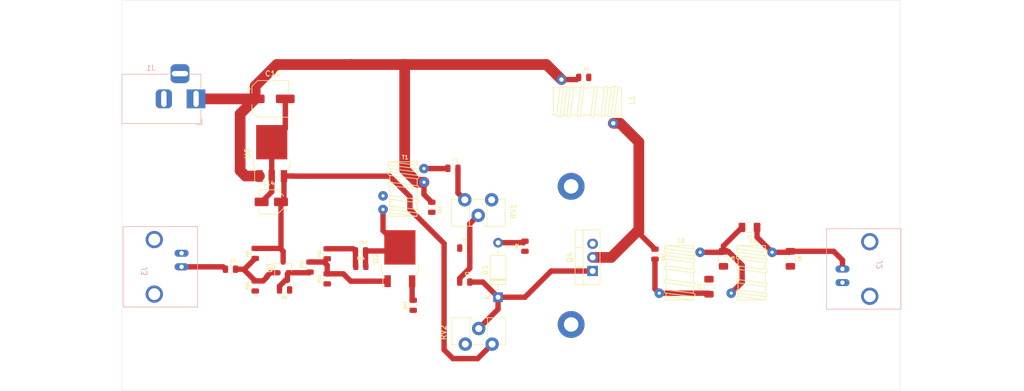
<source format=kicad_pcb>
(kicad_pcb (version 20171130) (host pcbnew "(5.1.5)-3")

  (general
    (thickness 1.6)
    (drawings 5)
    (tracks 127)
    (zones 0)
    (modules 39)
    (nets 20)
  )

  (page A4)
  (layers
    (0 F.Cu signal)
    (31 B.Cu signal)
    (32 B.Adhes user)
    (33 F.Adhes user)
    (34 B.Paste user)
    (35 F.Paste user)
    (36 B.SilkS user)
    (37 F.SilkS user)
    (38 B.Mask user)
    (39 F.Mask user)
    (40 Dwgs.User user)
    (41 Cmts.User user)
    (42 Eco1.User user)
    (43 Eco2.User user)
    (44 Edge.Cuts user)
    (45 Margin user)
    (46 B.CrtYd user)
    (47 F.CrtYd user)
    (48 B.Fab user)
    (49 F.Fab user)
  )

  (setup
    (last_trace_width 1)
    (user_trace_width 0.5)
    (user_trace_width 1)
    (user_trace_width 2)
    (trace_clearance 0.2)
    (zone_clearance 0.508)
    (zone_45_only no)
    (trace_min 0.2)
    (via_size 0.8)
    (via_drill 0.4)
    (via_min_size 0.4)
    (via_min_drill 0.3)
    (user_via 1.2 0.7)
    (uvia_size 0.3)
    (uvia_drill 0.1)
    (uvias_allowed no)
    (uvia_min_size 0.2)
    (uvia_min_drill 0.1)
    (edge_width 0.05)
    (segment_width 0.2)
    (pcb_text_width 0.3)
    (pcb_text_size 1.5 1.5)
    (mod_edge_width 0.12)
    (mod_text_size 1 1)
    (mod_text_width 0.15)
    (pad_size 5 5)
    (pad_drill 2.7)
    (pad_to_mask_clearance 0.051)
    (solder_mask_min_width 0.25)
    (aux_axis_origin 0 0)
    (visible_elements 7FFFFFFF)
    (pcbplotparams
      (layerselection 0x010fc_ffffffff)
      (usegerberextensions false)
      (usegerberattributes false)
      (usegerberadvancedattributes false)
      (creategerberjobfile false)
      (excludeedgelayer true)
      (linewidth 0.100000)
      (plotframeref false)
      (viasonmask false)
      (mode 1)
      (useauxorigin false)
      (hpglpennumber 1)
      (hpglpenspeed 20)
      (hpglpendiameter 15.000000)
      (psnegative false)
      (psa4output false)
      (plotreference true)
      (plotvalue true)
      (plotinvisibletext false)
      (padsonsilk false)
      (subtractmaskfromsilk false)
      (outputformat 1)
      (mirror false)
      (drillshape 1)
      (scaleselection 1)
      (outputdirectory ""))
  )

  (net 0 "")
  (net 1 GND)
  (net 2 "Net-(C3-Pad1)")
  (net 3 "Net-(C5-Pad1)")
  (net 4 +12V)
  (net 5 "Net-(C7-Pad1)")
  (net 6 "Net-(C9-Pad2)")
  (net 7 "Net-(C9-Pad1)")
  (net 8 +5V)
  (net 9 "Net-(C51-Pad2)")
  (net 10 "Net-(C51-Pad1)")
  (net 11 "Net-(C52-Pad1)")
  (net 12 "Net-(C57-Pad1)")
  (net 13 "Net-(Q2-Pad3)")
  (net 14 "Net-(C1-Pad2)")
  (net 15 "Net-(C1-Pad1)")
  (net 16 "Net-(C2-Pad2)")
  (net 17 "Net-(C2-Pad1)")
  (net 18 "Net-(C52-Pad2)")
  (net 19 "Net-(D1-Pad2)")

  (net_class Default "This is the default net class."
    (clearance 0.2)
    (trace_width 0.25)
    (via_dia 0.8)
    (via_drill 0.4)
    (uvia_dia 0.3)
    (uvia_drill 0.1)
    (add_net +12V)
    (add_net +5V)
    (add_net GND)
    (add_net "Net-(C1-Pad1)")
    (add_net "Net-(C1-Pad2)")
    (add_net "Net-(C2-Pad1)")
    (add_net "Net-(C2-Pad2)")
    (add_net "Net-(C3-Pad1)")
    (add_net "Net-(C5-Pad1)")
    (add_net "Net-(C51-Pad1)")
    (add_net "Net-(C51-Pad2)")
    (add_net "Net-(C52-Pad1)")
    (add_net "Net-(C52-Pad2)")
    (add_net "Net-(C57-Pad1)")
    (add_net "Net-(C7-Pad1)")
    (add_net "Net-(C9-Pad1)")
    (add_net "Net-(C9-Pad2)")
    (add_net "Net-(D1-Pad2)")
    (add_net "Net-(Q2-Pad3)")
  )

  (module MountingHole:MountingHole_2.5mm_Pad (layer F.Cu) (tedit 60F0AF5B) (tstamp 60F13C1B)
    (at 159 90.24)
    (descr "Mounting Hole 2.5mm")
    (tags "mounting hole 2.5mm")
    (attr virtual)
    (fp_text reference " " (at 0 -3.5) (layer F.SilkS)
      (effects (font (size 1 1) (thickness 0.15)))
    )
    (fp_text value " " (at 0 3.5) (layer F.Fab)
      (effects (font (size 1 1) (thickness 0.15)))
    )
    (fp_text user %R (at 0.3 0) (layer F.Fab)
      (effects (font (size 1 1) (thickness 0.15)))
    )
    (fp_circle (center 0 0) (end 2.5 0) (layer Cmts.User) (width 0.15))
    (fp_circle (center 0 0) (end 2.75 0) (layer F.CrtYd) (width 0.05))
    (pad 1 thru_hole circle (at 0 0) (size 5 5) (drill 2.7) (layers *.Cu *.Mask))
  )

  (module MountingHole:MountingHole_2.5mm_Pad (layer F.Cu) (tedit 60F0AF65) (tstamp 60F13DF2)
    (at 159 64.5)
    (descr "Mounting Hole 2.5mm")
    (tags "mounting hole 2.5mm")
    (attr virtual)
    (fp_text reference " " (at 0 -3.5) (layer F.SilkS)
      (effects (font (size 1 1) (thickness 0.15)))
    )
    (fp_text value " " (at 0 3.5) (layer F.Fab)
      (effects (font (size 1 1) (thickness 0.15)))
    )
    (fp_circle (center 0 0) (end 2.75 0) (layer F.CrtYd) (width 0.05))
    (fp_circle (center 0 0) (end 2.5 0) (layer Cmts.User) (width 0.15))
    (fp_text user %R (at 0.3 0) (layer F.Fab)
      (effects (font (size 1 1) (thickness 0.15)))
    )
    (pad 1 thru_hole circle (at 0 0) (size 5 5) (drill 2.7) (layers *.Cu *.Mask))
  )

  (module Package_TO_SOT_SMD:TO-252-3_TabPin2 (layer F.Cu) (tedit 5A70F30B) (tstamp 60F08850)
    (at 103.275 58.375 90)
    (descr "TO-252 / DPAK SMD package, http://www.infineon.com/cms/en/product/packages/PG-TO252/PG-TO252-3-1/")
    (tags "DPAK TO-252 DPAK-3 TO-252-3 SOT-428")
    (path /5EF2FAC9)
    (attr smd)
    (fp_text reference U6 (at 0 -4.5 90) (layer F.SilkS)
      (effects (font (size 1 1) (thickness 0.15)))
    )
    (fp_text value MCP1703A-2502_SOT223 (at 0 4.5 90) (layer F.Fab)
      (effects (font (size 1 1) (thickness 0.15)))
    )
    (fp_text user %R (at 0 0 90) (layer F.Fab)
      (effects (font (size 1 1) (thickness 0.15)))
    )
    (fp_line (start 5.55 -3.5) (end -5.55 -3.5) (layer F.CrtYd) (width 0.05))
    (fp_line (start 5.55 3.5) (end 5.55 -3.5) (layer F.CrtYd) (width 0.05))
    (fp_line (start -5.55 3.5) (end 5.55 3.5) (layer F.CrtYd) (width 0.05))
    (fp_line (start -5.55 -3.5) (end -5.55 3.5) (layer F.CrtYd) (width 0.05))
    (fp_line (start -2.47 3.18) (end -3.57 3.18) (layer F.SilkS) (width 0.12))
    (fp_line (start -2.47 3.45) (end -2.47 3.18) (layer F.SilkS) (width 0.12))
    (fp_line (start -0.97 3.45) (end -2.47 3.45) (layer F.SilkS) (width 0.12))
    (fp_line (start -2.47 -3.18) (end -5.3 -3.18) (layer F.SilkS) (width 0.12))
    (fp_line (start -2.47 -3.45) (end -2.47 -3.18) (layer F.SilkS) (width 0.12))
    (fp_line (start -0.97 -3.45) (end -2.47 -3.45) (layer F.SilkS) (width 0.12))
    (fp_line (start -4.97 2.655) (end -2.27 2.655) (layer F.Fab) (width 0.1))
    (fp_line (start -4.97 1.905) (end -4.97 2.655) (layer F.Fab) (width 0.1))
    (fp_line (start -2.27 1.905) (end -4.97 1.905) (layer F.Fab) (width 0.1))
    (fp_line (start -4.97 0.375) (end -2.27 0.375) (layer F.Fab) (width 0.1))
    (fp_line (start -4.97 -0.375) (end -4.97 0.375) (layer F.Fab) (width 0.1))
    (fp_line (start -2.27 -0.375) (end -4.97 -0.375) (layer F.Fab) (width 0.1))
    (fp_line (start -4.97 -1.905) (end -2.27 -1.905) (layer F.Fab) (width 0.1))
    (fp_line (start -4.97 -2.655) (end -4.97 -1.905) (layer F.Fab) (width 0.1))
    (fp_line (start -1.865 -2.655) (end -4.97 -2.655) (layer F.Fab) (width 0.1))
    (fp_line (start -1.27 -3.25) (end 3.95 -3.25) (layer F.Fab) (width 0.1))
    (fp_line (start -2.27 -2.25) (end -1.27 -3.25) (layer F.Fab) (width 0.1))
    (fp_line (start -2.27 3.25) (end -2.27 -2.25) (layer F.Fab) (width 0.1))
    (fp_line (start 3.95 3.25) (end -2.27 3.25) (layer F.Fab) (width 0.1))
    (fp_line (start 3.95 -3.25) (end 3.95 3.25) (layer F.Fab) (width 0.1))
    (fp_line (start 4.95 2.7) (end 3.95 2.7) (layer F.Fab) (width 0.1))
    (fp_line (start 4.95 -2.7) (end 4.95 2.7) (layer F.Fab) (width 0.1))
    (fp_line (start 3.95 -2.7) (end 4.95 -2.7) (layer F.Fab) (width 0.1))
    (pad "" smd rect (at 0.425 1.525 90) (size 3.05 2.75) (layers F.Paste))
    (pad "" smd rect (at 3.775 -1.525 90) (size 3.05 2.75) (layers F.Paste))
    (pad "" smd rect (at 0.425 -1.525 90) (size 3.05 2.75) (layers F.Paste))
    (pad "" smd rect (at 3.775 1.525 90) (size 3.05 2.75) (layers F.Paste))
    (pad 2 smd rect (at 2.1 0 90) (size 6.4 5.8) (layers F.Cu F.Mask)
      (net 1 GND))
    (pad 3 smd rect (at -4.2 2.28 90) (size 2.2 1.2) (layers F.Cu F.Paste F.Mask)
      (net 8 +5V))
    (pad 2 smd rect (at -4.2 0 90) (size 2.2 1.2) (layers F.Cu F.Paste F.Mask)
      (net 1 GND))
    (pad 1 smd rect (at -4.2 -2.28 90) (size 2.2 1.2) (layers F.Cu F.Paste F.Mask)
      (net 4 +12V))
    (model ${KISYS3DMOD}/Package_TO_SOT_SMD.3dshapes/TO-252-3_TabPin2.wrl
      (at (xyz 0 0 0))
      (scale (xyz 1 1 1))
      (rotate (xyz 0 0 0))
    )
  )

  (module "Xenir:T37 Transformer" (layer F.Cu) (tedit 5EBB1CE0) (tstamp 60F0E891)
    (at 127.8 58)
    (path /60FD9096)
    (fp_text reference T1 (at 0.3 1.1) (layer F.SilkS)
      (effects (font (size 0.7 0.7) (thickness 0.15)))
    )
    (fp_text value "T37-6 15T:7T " (at 0 -0.1) (layer F.Fab)
      (effects (font (size 0.7 0.7) (thickness 0.15)))
    )
    (fp_arc (start 2.54 6.6825) (end 2.54 6.365) (angle 180) (layer F.SilkS) (width 0.127))
    (fp_line (start 2.54 2.555) (end 2.54 1.92) (layer F.SilkS) (width 0.127))
    (fp_arc (start -2.54 6.0475) (end -2.54 6.365) (angle 180) (layer F.SilkS) (width 0.127))
    (fp_arc (start 2.54 3.5075) (end 2.54 3.19) (angle 180) (layer F.SilkS) (width 0.127))
    (fp_arc (start 2.54 9.2225) (end 2.54 8.905) (angle 180) (layer F.SilkS) (width 0.127))
    (fp_line (start -2.54 4.46) (end -2.54 5.73) (layer F.SilkS) (width 0.127))
    (fp_line (start -2.54 8.905) (end -2.54 10.175) (layer F.SilkS) (width 0.127))
    (fp_line (start -2.54 12.08) (end 2.54 12.08) (layer F.SilkS) (width 0.127))
    (fp_arc (start 2.54 11.1275) (end 2.54 10.81) (angle 180) (layer F.SilkS) (width 0.127))
    (fp_arc (start -2.54 11.7625) (end -2.54 12.08) (angle 180) (layer F.SilkS) (width 0.127))
    (fp_line (start 2.54 6.365) (end 2.54 5.095) (layer F.SilkS) (width 0.127))
    (fp_arc (start -2.54 2.2375) (end -2.54 2.555) (angle 180) (layer F.SilkS) (width 0.127))
    (fp_line (start -2.54 1.92) (end 2.54 2.555) (layer F.SilkS) (width 0.127))
    (fp_line (start -2.54 6.365) (end -2.54 8.27) (layer F.SilkS) (width 0.127))
    (fp_arc (start -2.54 2.8725) (end -2.54 3.19) (angle 180) (layer F.SilkS) (width 0.127))
    (fp_line (start 2.54 12.08) (end 2.54 11.445) (layer F.SilkS) (width 0.127))
    (fp_line (start 2.54 4.46) (end 2.54 3.825) (layer F.SilkS) (width 0.127))
    (fp_arc (start 2.54 2.8725) (end 2.54 2.555) (angle 180) (layer F.SilkS) (width 0.127))
    (fp_line (start 2.54 1.92) (end -2.54 1.92) (layer F.SilkS) (width 0.127))
    (fp_line (start -2.54 3.19) (end -2.54 3.825) (layer F.SilkS) (width 0.127))
    (fp_line (start -2.54 10.81) (end -2.54 11.445) (layer F.SilkS) (width 0.127))
    (fp_line (start 2.54 10.81) (end 2.54 9.54) (layer F.SilkS) (width 0.127))
    (fp_line (start 2.54 8.905) (end 2.54 7) (layer F.SilkS) (width 0.127))
    (fp_arc (start -2.54 4.1425) (end -2.54 4.46) (angle 180) (layer F.SilkS) (width 0.127))
    (fp_arc (start -2.54 8.5875) (end -2.54 8.905) (angle 180) (layer F.SilkS) (width 0.127))
    (fp_arc (start -2.54 10.4925) (end -2.54 10.81) (angle 180) (layer F.SilkS) (width 0.127))
    (fp_arc (start 2.54 4.7775) (end 2.54 4.46) (angle 180) (layer F.SilkS) (width 0.127))
    (fp_line (start -2.54 8.905) (end 2.54 9.54) (layer F.SilkS) (width 0.127))
    (fp_circle (center 4.9213 4.6188) (end 5.1457 4.6188) (layer F.Fab) (width 0.4064))
    (fp_line (start -2.54 3.19) (end 2.54 3.825) (layer F.SilkS) (width 0.127))
    (fp_line (start -2.54 11.445) (end 2.54 12.08) (layer F.SilkS) (width 0.127))
    (fp_line (start -2.54 5.73) (end 2.54 6.365) (layer F.SilkS) (width 0.127))
    (fp_line (start -2.54 6.365) (end 2.54 7) (layer F.SilkS) (width 0.127))
    (fp_line (start -2.54 2.555) (end 2.54 3.19) (layer F.SilkS) (width 0.127))
    (fp_line (start -2.54 8.27) (end 2.54 8.905) (layer F.SilkS) (width 0.127))
    (fp_line (start -2.54 10.175) (end 2.54 10.81) (layer F.SilkS) (width 0.127))
    (fp_line (start -2.54 4.46) (end 2.54 5.095) (layer F.SilkS) (width 0.127))
    (fp_line (start -2.54 10.81) (end 2.54 11.445) (layer F.SilkS) (width 0.127))
    (fp_line (start -2.54 3.825) (end 2.54 4.46) (layer F.SilkS) (width 0.127))
    (fp_circle (center 4.7625 1.92) (end 4.9869 1.92) (layer F.Fab) (width 0.4064))
    (pad C1B thru_hole circle (at 3.81 5.73) (size 1.778 1.778) (drill 0.6) (layers *.Cu *.Mask)
      (net 4 +12V) (solder_mask_margin 0.1016))
    (pad C1A thru_hole circle (at -3.81 10.81) (size 1.778 1.778) (drill 0.6) (layers *.Cu *.Mask)
      (net 18 "Net-(C52-Pad2)") (solder_mask_margin 0.1016))
    (pad C2B thru_hole circle (at 3.81 3.19) (size 1.778 1.778) (drill 0.6) (layers *.Cu *.Mask)
      (net 15 "Net-(C1-Pad1)") (solder_mask_margin 0.1016))
    (pad C2A thru_hole circle (at -3.81 8.27) (size 1.778 1.778) (drill 0.6) (layers *.Cu *.Mask)
      (net 1 GND) (solder_mask_margin 0.1016))
  )

  (module "Xenir:Trimpot Vertical" (layer F.Cu) (tedit 60F08309) (tstamp 60F0E861)
    (at 136.506 92.503 90)
    (path /61016758)
    (fp_text reference RV2 (at 0.762 -1.27 90) (layer F.SilkS)
      (effects (font (size 1 1) (thickness 0.15)))
    )
    (fp_text value R_POT (at 0.127 -2.921 90) (layer F.Fab)
      (effects (font (size 1 1) (thickness 0.15)))
    )
    (fp_text user %R (at 4.826 4.699) (layer F.Fab)
      (effects (font (size 1 1) (thickness 0.15)))
    )
    (fp_line (start -0.16 3.674) (end 3.523 3.674) (layer F.SilkS) (width 0.12))
    (fp_line (start 3.523 6.367) (end 3.523 6.914) (layer F.SilkS) (width 0.12))
    (fp_line (start -2.847 0.094) (end -2.847 10.444) (layer F.CrtYd) (width 0.05))
    (fp_line (start -1.518 0.273) (end 3.523 0.273) (layer F.SilkS) (width 0.12))
    (fp_line (start 3.523 3.674) (end 3.523 4.222) (layer F.SilkS) (width 0.12))
    (fp_line (start 3.853 0.094) (end -2.847 0.094) (layer F.CrtYd) (width 0.05))
    (fp_line (start -1.518 4.22) (end -1.518 6.369) (layer F.SilkS) (width 0.12))
    (fp_line (start -1.397 0.394) (end 3.403 0.394) (layer F.Fab) (width 0.1))
    (fp_line (start 3.523 0.273) (end 3.523 4.222) (layer F.SilkS) (width 0.12))
    (fp_line (start -2.847 10.444) (end 3.853 10.444) (layer F.CrtYd) (width 0.05))
    (fp_line (start 3.403 0.394) (end 3.403 10.194) (layer F.Fab) (width 0.1))
    (fp_line (start 3.403 3.794) (end -1.397 3.794) (layer F.Fab) (width 0.1))
    (fp_line (start -1.397 6.794) (end 3.403 6.794) (layer F.Fab) (width 0.1))
    (fp_line (start 3.853 10.444) (end 3.853 0.094) (layer F.CrtYd) (width 0.05))
    (fp_line (start 3.523 6.367) (end 3.523 10.314) (layer F.SilkS) (width 0.12))
    (fp_line (start -1.518 10.314) (end 3.523 10.314) (layer F.SilkS) (width 0.12))
    (fp_line (start 3.403 6.794) (end 3.403 3.794) (layer F.Fab) (width 0.1))
    (fp_line (start -0.16 6.914) (end 3.523 6.914) (layer F.SilkS) (width 0.12))
    (fp_line (start -1.397 3.794) (end -1.397 6.794) (layer F.Fab) (width 0.1))
    (fp_line (start -1.397 10.194) (end -1.397 0.394) (layer F.Fab) (width 0.1))
    (fp_line (start -1.518 0.273) (end -1.518 1.368) (layer F.SilkS) (width 0.12))
    (fp_line (start -1.518 4.22) (end -1.518 6.369) (layer F.SilkS) (width 0.12))
    (fp_line (start -1.518 9.219) (end -1.518 10.314) (layer F.SilkS) (width 0.12))
    (fp_line (start 3.403 10.194) (end -1.397 10.194) (layer F.Fab) (width 0.1))
    (pad 1 thru_hole circle (at -1.397 2.794 90) (size 2.5 2.5) (drill 1.3) (layers *.Cu *.Mask)
      (net 1 GND))
    (pad 3 thru_hole circle (at -1.397 7.794 90) (size 2.5 2.5) (drill 1.3) (layers *.Cu *.Mask)
      (net 8 +5V))
    (pad 2 thru_hole circle (at 1.503 5.294 90) (size 2.5 2.5) (drill 1.3) (layers *.Cu *.Mask)
      (net 16 "Net-(C2-Pad2)"))
  )

  (module "Xenir:Trimpot Vertical" (layer F.Cu) (tedit 60F08309) (tstamp 60F0E841)
    (at 147 68.4 270)
    (path /60FE76A2)
    (fp_text reference RV1 (at 0.762 -1.27 90) (layer F.SilkS)
      (effects (font (size 1 1) (thickness 0.15)))
    )
    (fp_text value R_POT (at 0.127 -2.921 90) (layer F.Fab)
      (effects (font (size 1 1) (thickness 0.15)))
    )
    (fp_text user %R (at 4.826 4.699) (layer F.Fab)
      (effects (font (size 1 1) (thickness 0.15)))
    )
    (fp_line (start -0.16 3.674) (end 3.523 3.674) (layer F.SilkS) (width 0.12))
    (fp_line (start 3.523 6.367) (end 3.523 6.914) (layer F.SilkS) (width 0.12))
    (fp_line (start -2.847 0.094) (end -2.847 10.444) (layer F.CrtYd) (width 0.05))
    (fp_line (start -1.518 0.273) (end 3.523 0.273) (layer F.SilkS) (width 0.12))
    (fp_line (start 3.523 3.674) (end 3.523 4.222) (layer F.SilkS) (width 0.12))
    (fp_line (start 3.853 0.094) (end -2.847 0.094) (layer F.CrtYd) (width 0.05))
    (fp_line (start -1.518 4.22) (end -1.518 6.369) (layer F.SilkS) (width 0.12))
    (fp_line (start -1.397 0.394) (end 3.403 0.394) (layer F.Fab) (width 0.1))
    (fp_line (start 3.523 0.273) (end 3.523 4.222) (layer F.SilkS) (width 0.12))
    (fp_line (start -2.847 10.444) (end 3.853 10.444) (layer F.CrtYd) (width 0.05))
    (fp_line (start 3.403 0.394) (end 3.403 10.194) (layer F.Fab) (width 0.1))
    (fp_line (start 3.403 3.794) (end -1.397 3.794) (layer F.Fab) (width 0.1))
    (fp_line (start -1.397 6.794) (end 3.403 6.794) (layer F.Fab) (width 0.1))
    (fp_line (start 3.853 10.444) (end 3.853 0.094) (layer F.CrtYd) (width 0.05))
    (fp_line (start 3.523 6.367) (end 3.523 10.314) (layer F.SilkS) (width 0.12))
    (fp_line (start -1.518 10.314) (end 3.523 10.314) (layer F.SilkS) (width 0.12))
    (fp_line (start 3.403 6.794) (end 3.403 3.794) (layer F.Fab) (width 0.1))
    (fp_line (start -0.16 6.914) (end 3.523 6.914) (layer F.SilkS) (width 0.12))
    (fp_line (start -1.397 3.794) (end -1.397 6.794) (layer F.Fab) (width 0.1))
    (fp_line (start -1.397 10.194) (end -1.397 0.394) (layer F.Fab) (width 0.1))
    (fp_line (start -1.518 0.273) (end -1.518 1.368) (layer F.SilkS) (width 0.12))
    (fp_line (start -1.518 4.22) (end -1.518 6.369) (layer F.SilkS) (width 0.12))
    (fp_line (start -1.518 9.219) (end -1.518 10.314) (layer F.SilkS) (width 0.12))
    (fp_line (start 3.403 10.194) (end -1.397 10.194) (layer F.Fab) (width 0.1))
    (pad 1 thru_hole circle (at -1.397 2.794 270) (size 2.5 2.5) (drill 1.3) (layers *.Cu *.Mask)
      (net 1 GND))
    (pad 3 thru_hole circle (at -1.397 7.794 270) (size 2.5 2.5) (drill 1.3) (layers *.Cu *.Mask)
      (net 14 "Net-(C1-Pad2)"))
    (pad 2 thru_hole circle (at 1.503 5.294 270) (size 2.5 2.5) (drill 1.3) (layers *.Cu *.Mask)
      (net 17 "Net-(C2-Pad1)"))
  )

  (module "Xenir:Resistor 0805" (layer F.Cu) (tedit 5EAD64C3) (tstamp 60F0E741)
    (at 152.94 75.6625 270)
    (path /610128C7)
    (fp_text reference R2 (at 0 4 90) (layer F.SilkS)
      (effects (font (size 0.5 0.5) (thickness 0.125)))
    )
    (fp_text value 10 (at 0 1 90) (layer F.Fab)
      (effects (font (size 0.5 0.5) (thickness 0.125)))
    )
    (fp_text user %R (at 0 2.54 90) (layer F.Fab)
      (effects (font (size 0.5 0.5) (thickness 0.08)))
    )
    (fp_line (start 1 3.14) (end -1 3.14) (layer F.Fab) (width 0.1))
    (fp_line (start -1 1.94) (end 1 1.94) (layer F.Fab) (width 0.1))
    (fp_line (start -0.258578 1.83) (end 0.258578 1.83) (layer F.SilkS) (width 0.12))
    (fp_line (start -1.68 1.59) (end 1.68 1.59) (layer F.CrtYd) (width 0.05))
    (fp_line (start -1 3.14) (end -1 1.94) (layer F.Fab) (width 0.1))
    (fp_line (start -1.68 3.49) (end -1.68 1.59) (layer F.CrtYd) (width 0.05))
    (fp_line (start 1 1.94) (end 1 3.14) (layer F.Fab) (width 0.1))
    (fp_line (start 1.68 1.59) (end 1.68 3.49) (layer F.CrtYd) (width 0.05))
    (fp_line (start 1.68 3.49) (end -1.68 3.49) (layer F.CrtYd) (width 0.05))
    (fp_line (start -0.258578 3.25) (end 0.258578 3.25) (layer F.SilkS) (width 0.12))
    (pad 2 smd roundrect (at 0.9375 2.54 270) (size 0.975 1.4) (layers F.Cu F.Paste F.Mask) (roundrect_rratio 0.25)
      (net 1 GND))
    (pad 1 smd roundrect (at -0.9375 2.54 270) (size 0.975 1.4) (layers F.Cu F.Paste F.Mask) (roundrect_rratio 0.25)
      (net 19 "Net-(D1-Pad2)"))
  )

  (module "Xenir:Resistor 0805" (layer F.Cu) (tedit 5EAD64C3) (tstamp 60F0E730)
    (at 139.2 78.54 180)
    (path /60FEFF02)
    (fp_text reference R1 (at 0 4) (layer F.SilkS)
      (effects (font (size 0.5 0.5) (thickness 0.125)))
    )
    (fp_text value 33 (at 0 1) (layer F.Fab)
      (effects (font (size 0.5 0.5) (thickness 0.125)))
    )
    (fp_text user %R (at 0 2.54) (layer F.Fab)
      (effects (font (size 0.5 0.5) (thickness 0.08)))
    )
    (fp_line (start 1 3.14) (end -1 3.14) (layer F.Fab) (width 0.1))
    (fp_line (start -1 1.94) (end 1 1.94) (layer F.Fab) (width 0.1))
    (fp_line (start -0.258578 1.83) (end 0.258578 1.83) (layer F.SilkS) (width 0.12))
    (fp_line (start -1.68 1.59) (end 1.68 1.59) (layer F.CrtYd) (width 0.05))
    (fp_line (start -1 3.14) (end -1 1.94) (layer F.Fab) (width 0.1))
    (fp_line (start -1.68 3.49) (end -1.68 1.59) (layer F.CrtYd) (width 0.05))
    (fp_line (start 1 1.94) (end 1 3.14) (layer F.Fab) (width 0.1))
    (fp_line (start 1.68 1.59) (end 1.68 3.49) (layer F.CrtYd) (width 0.05))
    (fp_line (start 1.68 3.49) (end -1.68 3.49) (layer F.CrtYd) (width 0.05))
    (fp_line (start -0.258578 3.25) (end 0.258578 3.25) (layer F.SilkS) (width 0.12))
    (pad 2 smd roundrect (at 0.9375 2.54 180) (size 0.975 1.4) (layers F.Cu F.Paste F.Mask) (roundrect_rratio 0.25)
      (net 1 GND))
    (pad 1 smd roundrect (at -0.9375 2.54 180) (size 0.975 1.4) (layers F.Cu F.Paste F.Mask) (roundrect_rratio 0.25)
      (net 17 "Net-(C2-Pad1)"))
  )

  (module Xenir:T50_Inductor (layer F.Cu) (tedit 60F09D61) (tstamp 60F0E627)
    (at 170.789 48.41 270)
    (path /60FFC0E7)
    (fp_text reference L1 (at 0 0.5 90) (layer F.SilkS)
      (effects (font (size 1 1) (thickness 0.15)))
    )
    (fp_text value "T50-43 10T" (at 0 -0.5 90) (layer F.Fab)
      (effects (font (size 1 1) (thickness 0.15)))
    )
    (fp_line (start 2.81 10.04) (end 2.81 8.135) (layer F.SilkS) (width 0.127))
    (fp_line (start 2.81 7.5) (end 2.81 6.23) (layer F.SilkS) (width 0.127))
    (fp_line (start -2.27 7.5) (end -2.27 9.405) (layer F.SilkS) (width 0.127))
    (fp_line (start 2.81 5.595) (end 2.81 4.96) (layer F.SilkS) (width 0.127))
    (fp_line (start 2.81 15.12) (end 2.81 14.485) (layer F.SilkS) (width 0.127))
    (fp_arc (start -2.27 7.1825) (end -2.27 7.5) (angle 180) (layer F.SilkS) (width 0.127))
    (fp_arc (start 2.81 4.0075) (end 2.81 3.69) (angle 180) (layer F.SilkS) (width 0.127))
    (fp_arc (start 2.81 10.3575) (end 2.81 10.04) (angle 180) (layer F.SilkS) (width 0.127))
    (fp_arc (start -2.27 9.7225) (end -2.27 10.04) (angle 180) (layer F.SilkS) (width 0.127))
    (fp_arc (start 2.81 13.5325) (end 2.81 13.215) (angle 180) (layer F.SilkS) (width 0.127))
    (fp_arc (start -2.27 3.3725) (end -2.27 3.69) (angle 180) (layer F.SilkS) (width 0.127))
    (fp_arc (start 2.81 14.1675) (end 2.81 13.85) (angle 180) (layer F.SilkS) (width 0.127))
    (fp_line (start -2.27 3.055) (end 2.81 3.69) (layer F.SilkS) (width 0.127))
    (fp_line (start -2.27 3.69) (end 2.81 4.325) (layer F.SilkS) (width 0.127))
    (fp_line (start -2.27 4.325) (end 2.81 4.96) (layer F.SilkS) (width 0.127))
    (fp_line (start -2.27 6.865) (end 2.81 7.5) (layer F.SilkS) (width 0.127))
    (fp_arc (start -2.27 13.5325) (end -2.27 13.85) (angle 180) (layer F.SilkS) (width 0.127))
    (fp_arc (start -2.27 12.8975) (end -2.27 13.215) (angle 180) (layer F.SilkS) (width 0.127))
    (fp_line (start 2.81 2.42) (end -2.27 2.42) (layer F.SilkS) (width 0.127))
    (fp_arc (start -2.27 4.0075) (end -2.27 4.325) (angle 180) (layer F.SilkS) (width 0.127))
    (fp_arc (start 2.81 4.6425) (end 2.81 4.325) (angle 180) (layer F.SilkS) (width 0.127))
    (fp_arc (start -2.27 11.6275) (end -2.27 11.945) (angle 180) (layer F.SilkS) (width 0.127))
    (fp_line (start 2.81 11.945) (end 2.81 10.675) (layer F.SilkS) (width 0.127))
    (fp_line (start -2.27 7.5) (end 2.81 8.135) (layer F.SilkS) (width 0.127))
    (fp_line (start -2.27 9.405) (end 2.81 10.04) (layer F.SilkS) (width 0.127))
    (fp_arc (start -2.27 5.2775) (end -2.27 5.595) (angle 180) (layer F.SilkS) (width 0.127))
    (fp_line (start -2.27 5.595) (end 2.81 6.23) (layer F.SilkS) (width 0.127))
    (fp_line (start -2.27 2.42) (end -2.27 3.055) (layer F.SilkS) (width 0.127))
    (fp_line (start 2.81 13.215) (end 2.81 12.58) (layer F.SilkS) (width 0.127))
    (fp_line (start -2.27 11.945) (end -2.27 12.58) (layer F.SilkS) (width 0.127))
    (fp_arc (start 2.81 5.9125) (end 2.81 5.595) (angle 180) (layer F.SilkS) (width 0.127))
    (fp_arc (start 2.81 12.2625) (end 2.81 11.945) (angle 180) (layer F.SilkS) (width 0.127))
    (fp_line (start -2.27 5.595) (end -2.27 6.865) (layer F.SilkS) (width 0.127))
    (fp_line (start -2.27 15.12) (end 2.81 15.12) (layer F.SilkS) (width 0.127))
    (fp_line (start 2.81 3.69) (end 2.81 2.42) (layer F.SilkS) (width 0.127))
    (fp_arc (start 2.81 7.8175) (end 2.81 7.5) (angle 180) (layer F.SilkS) (width 0.127))
    (fp_line (start -2.27 4.96) (end 2.81 5.595) (layer F.SilkS) (width 0.127))
    (fp_line (start -2.27 10.04) (end -2.27 11.31) (layer F.SilkS) (width 0.127))
    (fp_line (start -2.27 13.85) (end -2.27 15.12) (layer F.SilkS) (width 0.127))
    (fp_line (start -2.27 4.325) (end -2.27 4.96) (layer F.SilkS) (width 0.127))
    (fp_line (start -2.27 10.04) (end 2.81 10.675) (layer F.SilkS) (width 0.127))
    (fp_line (start -2.27 11.31) (end 2.81 11.945) (layer F.SilkS) (width 0.127))
    (fp_line (start -2.27 11.945) (end 2.81 12.58) (layer F.SilkS) (width 0.127))
    (fp_line (start -2.27 12.58) (end 2.81 13.215) (layer F.SilkS) (width 0.127))
    (fp_line (start -2.27 13.215) (end 2.81 13.85) (layer F.SilkS) (width 0.127))
    (fp_circle (center 5.1278 2.6739) (end 5.2866 2.6739) (layer F.Fab) (width 0.4064))
    (fp_line (start -2.27 13.85) (end 2.81 14.485) (layer F.SilkS) (width 0.127))
    (pad 1 thru_hole circle (at -3.81 13.589 270) (size 1.778 1.778) (drill 0.8) (layers *.Cu *.Mask)
      (net 4 +12V) (solder_mask_margin 0.1016))
    (pad 2 thru_hole circle (at 4.334 3.944 270) (size 1.778 1.778) (drill 0.8) (layers *.Cu *.Mask)
      (net 12 "Net-(C57-Pad1)") (solder_mask_margin 0.1016))
  )

  (module Diode_THT:D_A-405_P10.16mm_Horizontal (layer F.Cu) (tedit 5AE50CD5) (tstamp 60F0E53E)
    (at 145.4 85.16 90)
    (descr "Diode, A-405 series, Axial, Horizontal, pin pitch=10.16mm, , length*diameter=5.2*2.7mm^2, , http://www.diodes.com/_files/packages/A-405.pdf")
    (tags "Diode A-405 series Axial Horizontal pin pitch 10.16mm  length 5.2mm diameter 2.7mm")
    (path /61011157)
    (fp_text reference D1 (at 5.08 -2.47 90) (layer F.SilkS)
      (effects (font (size 1 1) (thickness 0.15)))
    )
    (fp_text value D_Zener (at 5.08 2.47 90) (layer F.Fab)
      (effects (font (size 1 1) (thickness 0.15)))
    )
    (fp_text user K (at 0 -1.9 90) (layer F.SilkS)
      (effects (font (size 1 1) (thickness 0.15)))
    )
    (fp_text user K (at 0 -1.9 90) (layer F.Fab)
      (effects (font (size 1 1) (thickness 0.15)))
    )
    (fp_text user %R (at 5.47 0 90) (layer F.Fab)
      (effects (font (size 1 1) (thickness 0.15)))
    )
    (fp_line (start 11.31 -1.6) (end -1.15 -1.6) (layer F.CrtYd) (width 0.05))
    (fp_line (start 11.31 1.6) (end 11.31 -1.6) (layer F.CrtYd) (width 0.05))
    (fp_line (start -1.15 1.6) (end 11.31 1.6) (layer F.CrtYd) (width 0.05))
    (fp_line (start -1.15 -1.6) (end -1.15 1.6) (layer F.CrtYd) (width 0.05))
    (fp_line (start 3.14 -1.47) (end 3.14 1.47) (layer F.SilkS) (width 0.12))
    (fp_line (start 3.38 -1.47) (end 3.38 1.47) (layer F.SilkS) (width 0.12))
    (fp_line (start 3.26 -1.47) (end 3.26 1.47) (layer F.SilkS) (width 0.12))
    (fp_line (start 9.02 0) (end 7.8 0) (layer F.SilkS) (width 0.12))
    (fp_line (start 1.14 0) (end 2.36 0) (layer F.SilkS) (width 0.12))
    (fp_line (start 7.8 -1.47) (end 2.36 -1.47) (layer F.SilkS) (width 0.12))
    (fp_line (start 7.8 1.47) (end 7.8 -1.47) (layer F.SilkS) (width 0.12))
    (fp_line (start 2.36 1.47) (end 7.8 1.47) (layer F.SilkS) (width 0.12))
    (fp_line (start 2.36 -1.47) (end 2.36 1.47) (layer F.SilkS) (width 0.12))
    (fp_line (start 3.16 -1.35) (end 3.16 1.35) (layer F.Fab) (width 0.1))
    (fp_line (start 3.36 -1.35) (end 3.36 1.35) (layer F.Fab) (width 0.1))
    (fp_line (start 3.26 -1.35) (end 3.26 1.35) (layer F.Fab) (width 0.1))
    (fp_line (start 10.16 0) (end 7.68 0) (layer F.Fab) (width 0.1))
    (fp_line (start 0 0) (end 2.48 0) (layer F.Fab) (width 0.1))
    (fp_line (start 7.68 -1.35) (end 2.48 -1.35) (layer F.Fab) (width 0.1))
    (fp_line (start 7.68 1.35) (end 7.68 -1.35) (layer F.Fab) (width 0.1))
    (fp_line (start 2.48 1.35) (end 7.68 1.35) (layer F.Fab) (width 0.1))
    (fp_line (start 2.48 -1.35) (end 2.48 1.35) (layer F.Fab) (width 0.1))
    (pad 2 thru_hole oval (at 10.16 0 90) (size 1.8 1.8) (drill 0.9) (layers *.Cu *.Mask)
      (net 19 "Net-(D1-Pad2)"))
    (pad 1 thru_hole rect (at 0 0 90) (size 1.8 1.8) (drill 0.9) (layers *.Cu *.Mask)
      (net 16 "Net-(C2-Pad2)"))
    (model ${KISYS3DMOD}/Diode_THT.3dshapes/D_A-405_P10.16mm_Horizontal.wrl
      (at (xyz 0 0 0))
      (scale (xyz 1 1 1))
      (rotate (xyz 0 0 0))
    )
  )

  (module "Xenir:Capacitor 0805" (layer F.Cu) (tedit 5EAD6262) (tstamp 60F0E3A3)
    (at 161.3375 41.66)
    (path /6101E804)
    (fp_text reference C4 (at 0.5 1) (layer F.SilkS)
      (effects (font (size 0.5 0.5) (thickness 0.125)))
    )
    (fp_text value .1uF (at 0.5 4) (layer F.Fab)
      (effects (font (size 0.5 0.5) (thickness 0.125)))
    )
    (fp_text user %R (at 0 2.54) (layer F.Fab)
      (effects (font (size 0.5 0.5) (thickness 0.08)))
    )
    (fp_line (start -1 3.14) (end -1 1.94) (layer F.Fab) (width 0.1))
    (fp_line (start -1.68 1.59) (end 1.68 1.59) (layer F.CrtYd) (width 0.05))
    (fp_line (start 1.68 1.59) (end 1.68 3.49) (layer F.CrtYd) (width 0.05))
    (fp_line (start -1.68 3.49) (end -1.68 1.59) (layer F.CrtYd) (width 0.05))
    (fp_line (start 1 1.94) (end 1 3.14) (layer F.Fab) (width 0.1))
    (fp_line (start -0.258578 3.25) (end 0.258578 3.25) (layer F.SilkS) (width 0.12))
    (fp_line (start -1 1.94) (end 1 1.94) (layer F.Fab) (width 0.1))
    (fp_line (start 1 3.14) (end -1 3.14) (layer F.Fab) (width 0.1))
    (fp_line (start -0.258578 1.83) (end 0.258578 1.83) (layer F.SilkS) (width 0.12))
    (fp_line (start 1.68 3.49) (end -1.68 3.49) (layer F.CrtYd) (width 0.05))
    (pad 2 smd roundrect (at 0.9375 2.54) (size 0.975 1.4) (layers F.Cu F.Paste F.Mask) (roundrect_rratio 0.25)
      (net 1 GND))
    (pad 1 smd roundrect (at -0.9375 2.54) (size 0.975 1.4) (layers F.Cu F.Paste F.Mask) (roundrect_rratio 0.25)
      (net 4 +12V))
  )

  (module "Xenir:Capacitor 0805" (layer F.Cu) (tedit 5EAD6262) (tstamp 60F0E382)
    (at 139.2 79.8)
    (path /60FFE558)
    (fp_text reference C2 (at 0.5 1) (layer F.SilkS)
      (effects (font (size 0.5 0.5) (thickness 0.125)))
    )
    (fp_text value .1uF (at 0.5 4) (layer F.Fab)
      (effects (font (size 0.5 0.5) (thickness 0.125)))
    )
    (fp_text user %R (at 0 2.54) (layer F.Fab)
      (effects (font (size 0.5 0.5) (thickness 0.08)))
    )
    (fp_line (start -1 3.14) (end -1 1.94) (layer F.Fab) (width 0.1))
    (fp_line (start -1.68 1.59) (end 1.68 1.59) (layer F.CrtYd) (width 0.05))
    (fp_line (start 1.68 1.59) (end 1.68 3.49) (layer F.CrtYd) (width 0.05))
    (fp_line (start -1.68 3.49) (end -1.68 1.59) (layer F.CrtYd) (width 0.05))
    (fp_line (start 1 1.94) (end 1 3.14) (layer F.Fab) (width 0.1))
    (fp_line (start -0.258578 3.25) (end 0.258578 3.25) (layer F.SilkS) (width 0.12))
    (fp_line (start -1 1.94) (end 1 1.94) (layer F.Fab) (width 0.1))
    (fp_line (start 1 3.14) (end -1 3.14) (layer F.Fab) (width 0.1))
    (fp_line (start -0.258578 1.83) (end 0.258578 1.83) (layer F.SilkS) (width 0.12))
    (fp_line (start 1.68 3.49) (end -1.68 3.49) (layer F.CrtYd) (width 0.05))
    (pad 2 smd roundrect (at 0.9375 2.54) (size 0.975 1.4) (layers F.Cu F.Paste F.Mask) (roundrect_rratio 0.25)
      (net 16 "Net-(C2-Pad2)"))
    (pad 1 smd roundrect (at -0.9375 2.54) (size 0.975 1.4) (layers F.Cu F.Paste F.Mask) (roundrect_rratio 0.25)
      (net 17 "Net-(C2-Pad1)"))
  )

  (module "Xenir:Capacitor 0805" (layer F.Cu) (tedit 5EAD6262) (tstamp 60F0E371)
    (at 137 58.6)
    (path /60FEB2D8)
    (fp_text reference C1 (at 0.5 1) (layer F.SilkS)
      (effects (font (size 0.5 0.5) (thickness 0.125)))
    )
    (fp_text value .1uF (at 0.5 4) (layer F.Fab)
      (effects (font (size 0.5 0.5) (thickness 0.125)))
    )
    (fp_text user %R (at 0 2.54) (layer F.Fab)
      (effects (font (size 0.5 0.5) (thickness 0.08)))
    )
    (fp_line (start -1 3.14) (end -1 1.94) (layer F.Fab) (width 0.1))
    (fp_line (start -1.68 1.59) (end 1.68 1.59) (layer F.CrtYd) (width 0.05))
    (fp_line (start 1.68 1.59) (end 1.68 3.49) (layer F.CrtYd) (width 0.05))
    (fp_line (start -1.68 3.49) (end -1.68 1.59) (layer F.CrtYd) (width 0.05))
    (fp_line (start 1 1.94) (end 1 3.14) (layer F.Fab) (width 0.1))
    (fp_line (start -0.258578 3.25) (end 0.258578 3.25) (layer F.SilkS) (width 0.12))
    (fp_line (start -1 1.94) (end 1 1.94) (layer F.Fab) (width 0.1))
    (fp_line (start 1 3.14) (end -1 3.14) (layer F.Fab) (width 0.1))
    (fp_line (start -0.258578 1.83) (end 0.258578 1.83) (layer F.SilkS) (width 0.12))
    (fp_line (start 1.68 3.49) (end -1.68 3.49) (layer F.CrtYd) (width 0.05))
    (pad 2 smd roundrect (at 0.9375 2.54) (size 0.975 1.4) (layers F.Cu F.Paste F.Mask) (roundrect_rratio 0.25)
      (net 14 "Net-(C1-Pad2)"))
    (pad 1 smd roundrect (at -0.9375 2.54) (size 0.975 1.4) (layers F.Cu F.Paste F.Mask) (roundrect_rratio 0.25)
      (net 15 "Net-(C1-Pad1)"))
  )

  (module "Xenir:Resistor 0805" (layer F.Cu) (tedit 5EAD64C3) (tstamp 60F08828)
    (at 102.74 83.0625 270)
    (path /60F88DE3)
    (fp_text reference R65 (at 0 4 90) (layer F.SilkS)
      (effects (font (size 0.5 0.5) (thickness 0.125)))
    )
    (fp_text value 4.7k (at 0 1 90) (layer F.Fab)
      (effects (font (size 0.5 0.5) (thickness 0.125)))
    )
    (fp_text user %R (at 0 2.54 90) (layer F.Fab)
      (effects (font (size 0.5 0.5) (thickness 0.08)))
    )
    (fp_line (start 1 3.14) (end -1 3.14) (layer F.Fab) (width 0.1))
    (fp_line (start -1 1.94) (end 1 1.94) (layer F.Fab) (width 0.1))
    (fp_line (start -0.258578 1.83) (end 0.258578 1.83) (layer F.SilkS) (width 0.12))
    (fp_line (start -1.68 1.59) (end 1.68 1.59) (layer F.CrtYd) (width 0.05))
    (fp_line (start -1 3.14) (end -1 1.94) (layer F.Fab) (width 0.1))
    (fp_line (start -1.68 3.49) (end -1.68 1.59) (layer F.CrtYd) (width 0.05))
    (fp_line (start 1 1.94) (end 1 3.14) (layer F.Fab) (width 0.1))
    (fp_line (start 1.68 1.59) (end 1.68 3.49) (layer F.CrtYd) (width 0.05))
    (fp_line (start 1.68 3.49) (end -1.68 3.49) (layer F.CrtYd) (width 0.05))
    (fp_line (start -0.258578 3.25) (end 0.258578 3.25) (layer F.SilkS) (width 0.12))
    (pad 2 smd roundrect (at 0.9375 2.54 270) (size 0.975 1.4) (layers F.Cu F.Paste F.Mask) (roundrect_rratio 0.25)
      (net 1 GND))
    (pad 1 smd roundrect (at -0.9375 2.54 270) (size 0.975 1.4) (layers F.Cu F.Paste F.Mask) (roundrect_rratio 0.25)
      (net 6 "Net-(C9-Pad2)"))
  )

  (module "Xenir:Resistor 0805" (layer F.Cu) (tedit 5EAD64C3) (tstamp 60F08817)
    (at 102.74 77 270)
    (path /60F85DCA)
    (fp_text reference R64 (at 0 4 90) (layer F.SilkS)
      (effects (font (size 0.5 0.5) (thickness 0.125)))
    )
    (fp_text value 4.7k (at 0 1 90) (layer F.Fab)
      (effects (font (size 0.5 0.5) (thickness 0.125)))
    )
    (fp_text user %R (at 0 2.54 90) (layer F.Fab)
      (effects (font (size 0.5 0.5) (thickness 0.08)))
    )
    (fp_line (start 1 3.14) (end -1 3.14) (layer F.Fab) (width 0.1))
    (fp_line (start -1 1.94) (end 1 1.94) (layer F.Fab) (width 0.1))
    (fp_line (start -0.258578 1.83) (end 0.258578 1.83) (layer F.SilkS) (width 0.12))
    (fp_line (start -1.68 1.59) (end 1.68 1.59) (layer F.CrtYd) (width 0.05))
    (fp_line (start -1 3.14) (end -1 1.94) (layer F.Fab) (width 0.1))
    (fp_line (start -1.68 3.49) (end -1.68 1.59) (layer F.CrtYd) (width 0.05))
    (fp_line (start 1 1.94) (end 1 3.14) (layer F.Fab) (width 0.1))
    (fp_line (start 1.68 1.59) (end 1.68 3.49) (layer F.CrtYd) (width 0.05))
    (fp_line (start 1.68 3.49) (end -1.68 3.49) (layer F.CrtYd) (width 0.05))
    (fp_line (start -0.258578 3.25) (end 0.258578 3.25) (layer F.SilkS) (width 0.12))
    (pad 2 smd roundrect (at 0.9375 2.54 270) (size 0.975 1.4) (layers F.Cu F.Paste F.Mask) (roundrect_rratio 0.25)
      (net 6 "Net-(C9-Pad2)"))
    (pad 1 smd roundrect (at -0.9375 2.54 270) (size 0.975 1.4) (layers F.Cu F.Paste F.Mask) (roundrect_rratio 0.25)
      (net 8 +5V))
  )

  (module "Xenir:Resistor 0805" (layer F.Cu) (tedit 5EAD64C3) (tstamp 60F087C2)
    (at 132.14 86.6625 270)
    (path /5F4C304C)
    (fp_text reference R55 (at 0 4 90) (layer F.SilkS)
      (effects (font (size 0.5 0.5) (thickness 0.125)))
    )
    (fp_text value 10 (at 0 1 90) (layer F.Fab)
      (effects (font (size 0.5 0.5) (thickness 0.125)))
    )
    (fp_text user %R (at 0 2.54 90) (layer F.Fab)
      (effects (font (size 0.5 0.5) (thickness 0.08)))
    )
    (fp_line (start 1 3.14) (end -1 3.14) (layer F.Fab) (width 0.1))
    (fp_line (start -1 1.94) (end 1 1.94) (layer F.Fab) (width 0.1))
    (fp_line (start -0.258578 1.83) (end 0.258578 1.83) (layer F.SilkS) (width 0.12))
    (fp_line (start -1.68 1.59) (end 1.68 1.59) (layer F.CrtYd) (width 0.05))
    (fp_line (start -1 3.14) (end -1 1.94) (layer F.Fab) (width 0.1))
    (fp_line (start -1.68 3.49) (end -1.68 1.59) (layer F.CrtYd) (width 0.05))
    (fp_line (start 1 1.94) (end 1 3.14) (layer F.Fab) (width 0.1))
    (fp_line (start 1.68 1.59) (end 1.68 3.49) (layer F.CrtYd) (width 0.05))
    (fp_line (start 1.68 3.49) (end -1.68 3.49) (layer F.CrtYd) (width 0.05))
    (fp_line (start -0.258578 3.25) (end 0.258578 3.25) (layer F.SilkS) (width 0.12))
    (pad 2 smd roundrect (at 0.9375 2.54 270) (size 0.975 1.4) (layers F.Cu F.Paste F.Mask) (roundrect_rratio 0.25)
      (net 1 GND))
    (pad 1 smd roundrect (at -0.9375 2.54 270) (size 0.975 1.4) (layers F.Cu F.Paste F.Mask) (roundrect_rratio 0.25)
      (net 13 "Net-(Q2-Pad3)"))
  )

  (module "Xenir:Resistor 0805" (layer F.Cu) (tedit 5EAD64C3) (tstamp 60F087B1)
    (at 119.8625 81.94 180)
    (path /5F4BFB3E)
    (fp_text reference R54 (at 0 4) (layer F.SilkS)
      (effects (font (size 0.5 0.5) (thickness 0.125)))
    )
    (fp_text value 10k (at 0 1) (layer F.Fab)
      (effects (font (size 0.5 0.5) (thickness 0.125)))
    )
    (fp_text user %R (at 0 2.54) (layer F.Fab)
      (effects (font (size 0.5 0.5) (thickness 0.08)))
    )
    (fp_line (start 1 3.14) (end -1 3.14) (layer F.Fab) (width 0.1))
    (fp_line (start -1 1.94) (end 1 1.94) (layer F.Fab) (width 0.1))
    (fp_line (start -0.258578 1.83) (end 0.258578 1.83) (layer F.SilkS) (width 0.12))
    (fp_line (start -1.68 1.59) (end 1.68 1.59) (layer F.CrtYd) (width 0.05))
    (fp_line (start -1 3.14) (end -1 1.94) (layer F.Fab) (width 0.1))
    (fp_line (start -1.68 3.49) (end -1.68 1.59) (layer F.CrtYd) (width 0.05))
    (fp_line (start 1 1.94) (end 1 3.14) (layer F.Fab) (width 0.1))
    (fp_line (start 1.68 1.59) (end 1.68 3.49) (layer F.CrtYd) (width 0.05))
    (fp_line (start 1.68 3.49) (end -1.68 3.49) (layer F.CrtYd) (width 0.05))
    (fp_line (start -0.258578 3.25) (end 0.258578 3.25) (layer F.SilkS) (width 0.12))
    (pad 2 smd roundrect (at 0.9375 2.54 180) (size 0.975 1.4) (layers F.Cu F.Paste F.Mask) (roundrect_rratio 0.25)
      (net 11 "Net-(C52-Pad1)"))
    (pad 1 smd roundrect (at -0.9375 2.54 180) (size 0.975 1.4) (layers F.Cu F.Paste F.Mask) (roundrect_rratio 0.25)
      (net 18 "Net-(C52-Pad2)"))
  )

  (module "Xenir:Resistor 0805" (layer F.Cu) (tedit 5EAD64C3) (tstamp 60F087A0)
    (at 116.14 81.7375 270)
    (path /5F4BEDE0)
    (fp_text reference R53 (at 0 4 90) (layer F.SilkS)
      (effects (font (size 0.5 0.5) (thickness 0.125)))
    )
    (fp_text value 1k (at 0 1 90) (layer F.Fab)
      (effects (font (size 0.5 0.5) (thickness 0.125)))
    )
    (fp_text user %R (at 0 2.54 90) (layer F.Fab)
      (effects (font (size 0.5 0.5) (thickness 0.08)))
    )
    (fp_line (start 1 3.14) (end -1 3.14) (layer F.Fab) (width 0.1))
    (fp_line (start -1 1.94) (end 1 1.94) (layer F.Fab) (width 0.1))
    (fp_line (start -0.258578 1.83) (end 0.258578 1.83) (layer F.SilkS) (width 0.12))
    (fp_line (start -1.68 1.59) (end 1.68 1.59) (layer F.CrtYd) (width 0.05))
    (fp_line (start -1 3.14) (end -1 1.94) (layer F.Fab) (width 0.1))
    (fp_line (start -1.68 3.49) (end -1.68 1.59) (layer F.CrtYd) (width 0.05))
    (fp_line (start 1 1.94) (end 1 3.14) (layer F.Fab) (width 0.1))
    (fp_line (start 1.68 1.59) (end 1.68 3.49) (layer F.CrtYd) (width 0.05))
    (fp_line (start 1.68 3.49) (end -1.68 3.49) (layer F.CrtYd) (width 0.05))
    (fp_line (start -0.258578 3.25) (end 0.258578 3.25) (layer F.SilkS) (width 0.12))
    (pad 2 smd roundrect (at 0.9375 2.54 270) (size 0.975 1.4) (layers F.Cu F.Paste F.Mask) (roundrect_rratio 0.25)
      (net 1 GND))
    (pad 1 smd roundrect (at -0.9375 2.54 270) (size 0.975 1.4) (layers F.Cu F.Paste F.Mask) (roundrect_rratio 0.25)
      (net 9 "Net-(C51-Pad2)"))
  )

  (module "Xenir:Resistor 0805" (layer F.Cu) (tedit 5EAD64C3) (tstamp 60F0878F)
    (at 116.14 77.0625 270)
    (path /5F4BD990)
    (fp_text reference R52 (at 0 4 90) (layer F.SilkS)
      (effects (font (size 0.5 0.5) (thickness 0.125)))
    )
    (fp_text value 1k (at 0 1 90) (layer F.Fab)
      (effects (font (size 0.5 0.5) (thickness 0.125)))
    )
    (fp_text user %R (at 0 2.54 90) (layer F.Fab)
      (effects (font (size 0.5 0.5) (thickness 0.08)))
    )
    (fp_line (start 1 3.14) (end -1 3.14) (layer F.Fab) (width 0.1))
    (fp_line (start -1 1.94) (end 1 1.94) (layer F.Fab) (width 0.1))
    (fp_line (start -0.258578 1.83) (end 0.258578 1.83) (layer F.SilkS) (width 0.12))
    (fp_line (start -1.68 1.59) (end 1.68 1.59) (layer F.CrtYd) (width 0.05))
    (fp_line (start -1 3.14) (end -1 1.94) (layer F.Fab) (width 0.1))
    (fp_line (start -1.68 3.49) (end -1.68 1.59) (layer F.CrtYd) (width 0.05))
    (fp_line (start 1 1.94) (end 1 3.14) (layer F.Fab) (width 0.1))
    (fp_line (start 1.68 1.59) (end 1.68 3.49) (layer F.CrtYd) (width 0.05))
    (fp_line (start 1.68 3.49) (end -1.68 3.49) (layer F.CrtYd) (width 0.05))
    (fp_line (start -0.258578 3.25) (end 0.258578 3.25) (layer F.SilkS) (width 0.12))
    (pad 2 smd roundrect (at 0.9375 2.54 270) (size 0.975 1.4) (layers F.Cu F.Paste F.Mask) (roundrect_rratio 0.25)
      (net 9 "Net-(C51-Pad2)"))
    (pad 1 smd roundrect (at -0.9375 2.54 270) (size 0.975 1.4) (layers F.Cu F.Paste F.Mask) (roundrect_rratio 0.25)
      (net 11 "Net-(C52-Pad1)"))
  )

  (module "Xenir:Resistor 0805" (layer F.Cu) (tedit 5EAD64C3) (tstamp 60F0877E)
    (at 105.6625 81.26)
    (path /60F40010)
    (fp_text reference R6 (at 0 4) (layer F.SilkS)
      (effects (font (size 0.5 0.5) (thickness 0.125)))
    )
    (fp_text value 100 (at 0 1) (layer F.Fab)
      (effects (font (size 0.5 0.5) (thickness 0.125)))
    )
    (fp_text user %R (at 0 2.54) (layer F.Fab)
      (effects (font (size 0.5 0.5) (thickness 0.08)))
    )
    (fp_line (start 1 3.14) (end -1 3.14) (layer F.Fab) (width 0.1))
    (fp_line (start -1 1.94) (end 1 1.94) (layer F.Fab) (width 0.1))
    (fp_line (start -0.258578 1.83) (end 0.258578 1.83) (layer F.SilkS) (width 0.12))
    (fp_line (start -1.68 1.59) (end 1.68 1.59) (layer F.CrtYd) (width 0.05))
    (fp_line (start -1 3.14) (end -1 1.94) (layer F.Fab) (width 0.1))
    (fp_line (start -1.68 3.49) (end -1.68 1.59) (layer F.CrtYd) (width 0.05))
    (fp_line (start 1 1.94) (end 1 3.14) (layer F.Fab) (width 0.1))
    (fp_line (start 1.68 1.59) (end 1.68 3.49) (layer F.CrtYd) (width 0.05))
    (fp_line (start 1.68 3.49) (end -1.68 3.49) (layer F.CrtYd) (width 0.05))
    (fp_line (start -0.258578 3.25) (end 0.258578 3.25) (layer F.SilkS) (width 0.12))
    (pad 2 smd roundrect (at 0.9375 2.54) (size 0.975 1.4) (layers F.Cu F.Paste F.Mask) (roundrect_rratio 0.25)
      (net 1 GND))
    (pad 1 smd roundrect (at -0.9375 2.54) (size 0.975 1.4) (layers F.Cu F.Paste F.Mask) (roundrect_rratio 0.25)
      (net 10 "Net-(C51-Pad1)"))
  )

  (module Package_TO_SOT_THT:TO-220-3_Vertical (layer F.Cu) (tedit 5AC8BA0D) (tstamp 60F0876D)
    (at 163 80.28 90)
    (descr "TO-220-3, Vertical, RM 2.54mm, see https://www.vishay.com/docs/66542/to-220-1.pdf")
    (tags "TO-220-3 Vertical RM 2.54mm")
    (path /60FCE97D)
    (fp_text reference Q4 (at 2.54 -4.27 90) (layer F.SilkS)
      (effects (font (size 1 1) (thickness 0.15)))
    )
    (fp_text value IRF540N (at 2.54 2.5 90) (layer F.Fab)
      (effects (font (size 1 1) (thickness 0.15)))
    )
    (fp_text user %R (at 2.54 -4.27 90) (layer F.Fab)
      (effects (font (size 1 1) (thickness 0.15)))
    )
    (fp_line (start 7.79 -3.4) (end -2.71 -3.4) (layer F.CrtYd) (width 0.05))
    (fp_line (start 7.79 1.51) (end 7.79 -3.4) (layer F.CrtYd) (width 0.05))
    (fp_line (start -2.71 1.51) (end 7.79 1.51) (layer F.CrtYd) (width 0.05))
    (fp_line (start -2.71 -3.4) (end -2.71 1.51) (layer F.CrtYd) (width 0.05))
    (fp_line (start 4.391 -3.27) (end 4.391 -1.76) (layer F.SilkS) (width 0.12))
    (fp_line (start 0.69 -3.27) (end 0.69 -1.76) (layer F.SilkS) (width 0.12))
    (fp_line (start -2.58 -1.76) (end 7.66 -1.76) (layer F.SilkS) (width 0.12))
    (fp_line (start 7.66 -3.27) (end 7.66 1.371) (layer F.SilkS) (width 0.12))
    (fp_line (start -2.58 -3.27) (end -2.58 1.371) (layer F.SilkS) (width 0.12))
    (fp_line (start -2.58 1.371) (end 7.66 1.371) (layer F.SilkS) (width 0.12))
    (fp_line (start -2.58 -3.27) (end 7.66 -3.27) (layer F.SilkS) (width 0.12))
    (fp_line (start 4.39 -3.15) (end 4.39 -1.88) (layer F.Fab) (width 0.1))
    (fp_line (start 0.69 -3.15) (end 0.69 -1.88) (layer F.Fab) (width 0.1))
    (fp_line (start -2.46 -1.88) (end 7.54 -1.88) (layer F.Fab) (width 0.1))
    (fp_line (start 7.54 -3.15) (end -2.46 -3.15) (layer F.Fab) (width 0.1))
    (fp_line (start 7.54 1.25) (end 7.54 -3.15) (layer F.Fab) (width 0.1))
    (fp_line (start -2.46 1.25) (end 7.54 1.25) (layer F.Fab) (width 0.1))
    (fp_line (start -2.46 -3.15) (end -2.46 1.25) (layer F.Fab) (width 0.1))
    (pad 3 thru_hole oval (at 5.08 0 90) (size 1.905 2) (drill 1.1) (layers *.Cu *.Mask)
      (net 1 GND))
    (pad 2 thru_hole oval (at 2.54 0 90) (size 1.905 2) (drill 1.1) (layers *.Cu *.Mask)
      (net 12 "Net-(C57-Pad1)"))
    (pad 1 thru_hole rect (at 0 0 90) (size 1.905 2) (drill 1.1) (layers *.Cu *.Mask)
      (net 16 "Net-(C2-Pad2)"))
    (model ${KISYS3DMOD}/Package_TO_SOT_THT.3dshapes/TO-220-3_Vertical.wrl
      (at (xyz 0 0 0))
      (scale (xyz 1 1 1))
      (rotate (xyz 0 0 0))
    )
  )

  (module Package_TO_SOT_SMD:TO-252-2 (layer F.Cu) (tedit 5A70A390) (tstamp 60F0872F)
    (at 127.125 77.975 90)
    (descr "TO-252 / DPAK SMD package, http://www.infineon.com/cms/en/product/packages/PG-TO252/PG-TO252-3-1/")
    (tags "DPAK TO-252 DPAK-3 TO-252-3 SOT-428")
    (path /5F4BFFA7)
    (attr smd)
    (fp_text reference Q2 (at 0 -4.5 90) (layer F.SilkS)
      (effects (font (size 1 1) (thickness 0.15)))
    )
    (fp_text value 2SC5706 (at 0 4.5 90) (layer F.Fab)
      (effects (font (size 1 1) (thickness 0.15)))
    )
    (fp_text user %R (at 0 0 90) (layer F.Fab)
      (effects (font (size 1 1) (thickness 0.15)))
    )
    (fp_line (start 5.55 -3.5) (end -5.55 -3.5) (layer F.CrtYd) (width 0.05))
    (fp_line (start 5.55 3.5) (end 5.55 -3.5) (layer F.CrtYd) (width 0.05))
    (fp_line (start -5.55 3.5) (end 5.55 3.5) (layer F.CrtYd) (width 0.05))
    (fp_line (start -5.55 -3.5) (end -5.55 3.5) (layer F.CrtYd) (width 0.05))
    (fp_line (start -2.47 3.18) (end -3.57 3.18) (layer F.SilkS) (width 0.12))
    (fp_line (start -2.47 3.45) (end -2.47 3.18) (layer F.SilkS) (width 0.12))
    (fp_line (start -0.97 3.45) (end -2.47 3.45) (layer F.SilkS) (width 0.12))
    (fp_line (start -2.47 -3.18) (end -5.3 -3.18) (layer F.SilkS) (width 0.12))
    (fp_line (start -2.47 -3.45) (end -2.47 -3.18) (layer F.SilkS) (width 0.12))
    (fp_line (start -0.97 -3.45) (end -2.47 -3.45) (layer F.SilkS) (width 0.12))
    (fp_line (start -4.97 2.655) (end -2.27 2.655) (layer F.Fab) (width 0.1))
    (fp_line (start -4.97 1.905) (end -4.97 2.655) (layer F.Fab) (width 0.1))
    (fp_line (start -2.27 1.905) (end -4.97 1.905) (layer F.Fab) (width 0.1))
    (fp_line (start -4.97 -1.905) (end -2.27 -1.905) (layer F.Fab) (width 0.1))
    (fp_line (start -4.97 -2.655) (end -4.97 -1.905) (layer F.Fab) (width 0.1))
    (fp_line (start -1.865 -2.655) (end -4.97 -2.655) (layer F.Fab) (width 0.1))
    (fp_line (start -1.27 -3.25) (end 3.95 -3.25) (layer F.Fab) (width 0.1))
    (fp_line (start -2.27 -2.25) (end -1.27 -3.25) (layer F.Fab) (width 0.1))
    (fp_line (start -2.27 3.25) (end -2.27 -2.25) (layer F.Fab) (width 0.1))
    (fp_line (start 3.95 3.25) (end -2.27 3.25) (layer F.Fab) (width 0.1))
    (fp_line (start 3.95 -3.25) (end 3.95 3.25) (layer F.Fab) (width 0.1))
    (fp_line (start 4.95 2.7) (end 3.95 2.7) (layer F.Fab) (width 0.1))
    (fp_line (start 4.95 -2.7) (end 4.95 2.7) (layer F.Fab) (width 0.1))
    (fp_line (start 3.95 -2.7) (end 4.95 -2.7) (layer F.Fab) (width 0.1))
    (pad "" smd rect (at 0.425 1.525 90) (size 3.05 2.75) (layers F.Paste))
    (pad "" smd rect (at 3.775 -1.525 90) (size 3.05 2.75) (layers F.Paste))
    (pad "" smd rect (at 0.425 -1.525 90) (size 3.05 2.75) (layers F.Paste))
    (pad "" smd rect (at 3.775 1.525 90) (size 3.05 2.75) (layers F.Paste))
    (pad 2 smd rect (at 2.1 0 90) (size 6.4 5.8) (layers F.Cu F.Mask)
      (net 18 "Net-(C52-Pad2)"))
    (pad 3 smd rect (at -4.2 2.28 90) (size 2.2 1.2) (layers F.Cu F.Paste F.Mask)
      (net 13 "Net-(Q2-Pad3)"))
    (pad 1 smd rect (at -4.2 -2.28 90) (size 2.2 1.2) (layers F.Cu F.Paste F.Mask)
      (net 9 "Net-(C51-Pad2)"))
    (model ${KISYS3DMOD}/Package_TO_SOT_SMD.3dshapes/TO-252-2.wrl
      (at (xyz 0 0 0))
      (scale (xyz 1 1 1))
      (rotate (xyz 0 0 0))
    )
  )

  (module Package_TO_SOT_SMD:SOT-23 (layer F.Cu) (tedit 5A02FF57) (tstamp 60F0870B)
    (at 105.4 79.6 90)
    (descr "SOT-23, Standard")
    (tags SOT-23)
    (path /60F3E262)
    (attr smd)
    (fp_text reference Q1 (at 0 -2.5 90) (layer F.SilkS)
      (effects (font (size 1 1) (thickness 0.15)))
    )
    (fp_text value 2N3904-SMD (at 0 2.5 90) (layer F.Fab)
      (effects (font (size 1 1) (thickness 0.15)))
    )
    (fp_line (start 0.76 1.58) (end -0.7 1.58) (layer F.SilkS) (width 0.12))
    (fp_line (start 0.76 -1.58) (end -1.4 -1.58) (layer F.SilkS) (width 0.12))
    (fp_line (start -1.7 1.75) (end -1.7 -1.75) (layer F.CrtYd) (width 0.05))
    (fp_line (start 1.7 1.75) (end -1.7 1.75) (layer F.CrtYd) (width 0.05))
    (fp_line (start 1.7 -1.75) (end 1.7 1.75) (layer F.CrtYd) (width 0.05))
    (fp_line (start -1.7 -1.75) (end 1.7 -1.75) (layer F.CrtYd) (width 0.05))
    (fp_line (start 0.76 -1.58) (end 0.76 -0.65) (layer F.SilkS) (width 0.12))
    (fp_line (start 0.76 1.58) (end 0.76 0.65) (layer F.SilkS) (width 0.12))
    (fp_line (start -0.7 1.52) (end 0.7 1.52) (layer F.Fab) (width 0.1))
    (fp_line (start 0.7 -1.52) (end 0.7 1.52) (layer F.Fab) (width 0.1))
    (fp_line (start -0.7 -0.95) (end -0.15 -1.52) (layer F.Fab) (width 0.1))
    (fp_line (start -0.15 -1.52) (end 0.7 -1.52) (layer F.Fab) (width 0.1))
    (fp_line (start -0.7 -0.95) (end -0.7 1.5) (layer F.Fab) (width 0.1))
    (fp_text user %R (at 0 0) (layer F.Fab)
      (effects (font (size 0.5 0.5) (thickness 0.075)))
    )
    (pad 3 smd rect (at 1 0 90) (size 0.9 0.8) (layers F.Cu F.Paste F.Mask)
      (net 8 +5V))
    (pad 2 smd rect (at -1 0.95 90) (size 0.9 0.8) (layers F.Cu F.Paste F.Mask)
      (net 10 "Net-(C51-Pad1)"))
    (pad 1 smd rect (at -1 -0.95 90) (size 0.9 0.8) (layers F.Cu F.Paste F.Mask)
      (net 6 "Net-(C9-Pad2)"))
    (model ${KISYS3DMOD}/Package_TO_SOT_SMD.3dshapes/SOT-23.wrl
      (at (xyz 0 0 0))
      (scale (xyz 1 1 1))
      (rotate (xyz 0 0 0))
    )
  )

  (module Xenir:T37_Inductor (layer F.Cu) (tedit 5F4AA3ED) (tstamp 60F086F6)
    (at 192.6 73.6)
    (path /61095DF2)
    (fp_text reference L4 (at 0.3 1.1) (layer F.SilkS)
      (effects (font (size 0.7 0.7) (thickness 0.15)))
    )
    (fp_text value "18T T37-6" (at 0 -0.1) (layer F.Fab)
      (effects (font (size 0.7 0.7) (thickness 0.15)))
    )
    (fp_arc (start 2.54 6.6825) (end 2.54 6.365) (angle 180) (layer F.SilkS) (width 0.127))
    (fp_line (start 2.54 2.555) (end 2.54 1.92) (layer F.SilkS) (width 0.127))
    (fp_arc (start -2.54 6.0475) (end -2.54 6.365) (angle 180) (layer F.SilkS) (width 0.127))
    (fp_arc (start 2.54 3.5075) (end 2.54 3.19) (angle 180) (layer F.SilkS) (width 0.127))
    (fp_arc (start 2.54 9.2225) (end 2.54 8.905) (angle 180) (layer F.SilkS) (width 0.127))
    (fp_line (start -2.54 4.46) (end -2.54 5.73) (layer F.SilkS) (width 0.127))
    (fp_line (start -2.54 8.905) (end -2.54 10.175) (layer F.SilkS) (width 0.127))
    (fp_line (start -2.54 12.08) (end 2.54 12.08) (layer F.SilkS) (width 0.127))
    (fp_arc (start 2.54 11.1275) (end 2.54 10.81) (angle 180) (layer F.SilkS) (width 0.127))
    (fp_arc (start -2.54 11.7625) (end -2.54 12.08) (angle 180) (layer F.SilkS) (width 0.127))
    (fp_line (start 2.54 6.365) (end 2.54 5.095) (layer F.SilkS) (width 0.127))
    (fp_arc (start -2.54 2.2375) (end -2.54 2.555) (angle 180) (layer F.SilkS) (width 0.127))
    (fp_line (start -2.54 1.92) (end 2.54 2.555) (layer F.SilkS) (width 0.127))
    (fp_line (start -2.54 6.365) (end -2.54 8.27) (layer F.SilkS) (width 0.127))
    (fp_arc (start -2.54 2.8725) (end -2.54 3.19) (angle 180) (layer F.SilkS) (width 0.127))
    (fp_line (start 2.54 12.08) (end 2.54 11.445) (layer F.SilkS) (width 0.127))
    (fp_line (start 2.54 4.46) (end 2.54 3.825) (layer F.SilkS) (width 0.127))
    (fp_arc (start 2.54 2.8725) (end 2.54 2.555) (angle 180) (layer F.SilkS) (width 0.127))
    (fp_line (start 2.54 1.92) (end -2.54 1.92) (layer F.SilkS) (width 0.127))
    (fp_line (start -2.54 3.19) (end -2.54 3.825) (layer F.SilkS) (width 0.127))
    (fp_line (start -2.54 10.81) (end -2.54 11.445) (layer F.SilkS) (width 0.127))
    (fp_line (start 2.54 10.81) (end 2.54 9.54) (layer F.SilkS) (width 0.127))
    (fp_line (start 2.54 8.905) (end 2.54 7) (layer F.SilkS) (width 0.127))
    (fp_arc (start -2.54 4.1425) (end -2.54 4.46) (angle 180) (layer F.SilkS) (width 0.127))
    (fp_arc (start -2.54 8.5875) (end -2.54 8.905) (angle 180) (layer F.SilkS) (width 0.127))
    (fp_arc (start -2.54 10.4925) (end -2.54 10.81) (angle 180) (layer F.SilkS) (width 0.127))
    (fp_arc (start 2.54 4.7775) (end 2.54 4.46) (angle 180) (layer F.SilkS) (width 0.127))
    (fp_line (start -2.54 8.905) (end 2.54 9.54) (layer F.SilkS) (width 0.127))
    (fp_line (start -2.54 3.19) (end 2.54 3.825) (layer F.SilkS) (width 0.127))
    (fp_line (start -2.54 11.445) (end 2.54 12.08) (layer F.SilkS) (width 0.127))
    (fp_line (start -2.54 5.73) (end 2.54 6.365) (layer F.SilkS) (width 0.127))
    (fp_line (start -2.54 6.365) (end 2.54 7) (layer F.SilkS) (width 0.127))
    (fp_line (start -2.54 2.555) (end 2.54 3.19) (layer F.SilkS) (width 0.127))
    (fp_line (start -2.54 8.27) (end 2.54 8.905) (layer F.SilkS) (width 0.127))
    (fp_line (start -2.54 10.175) (end 2.54 10.81) (layer F.SilkS) (width 0.127))
    (fp_line (start -2.54 4.46) (end 2.54 5.095) (layer F.SilkS) (width 0.127))
    (fp_line (start -2.54 10.81) (end 2.54 11.445) (layer F.SilkS) (width 0.127))
    (fp_line (start -2.54 3.825) (end 2.54 4.46) (layer F.SilkS) (width 0.127))
    (fp_circle (center 4.7625 1.92) (end 4.9869 1.92) (layer F.Fab) (width 0.4064))
    (pad 1 thru_hole circle (at -3.81 10.81) (size 1.778 1.778) (drill 0.6) (layers *.Cu *.Mask)
      (net 3 "Net-(C5-Pad1)") (solder_mask_margin 0.1016))
    (pad 2 thru_hole circle (at 3.81 3.19) (size 1.778 1.778) (drill 0.6) (layers *.Cu *.Mask)
      (net 5 "Net-(C7-Pad1)") (solder_mask_margin 0.1016))
  )

  (module Xenir:T37_Inductor (layer F.Cu) (tedit 5F4AA3ED) (tstamp 60F086C9)
    (at 179.2 73.6)
    (path /61095311)
    (fp_text reference L3 (at 0.3 1.1) (layer F.SilkS)
      (effects (font (size 0.7 0.7) (thickness 0.15)))
    )
    (fp_text value "14T T37-6" (at 0 -0.1) (layer F.Fab)
      (effects (font (size 0.7 0.7) (thickness 0.15)))
    )
    (fp_arc (start 2.54 6.6825) (end 2.54 6.365) (angle 180) (layer F.SilkS) (width 0.127))
    (fp_line (start 2.54 2.555) (end 2.54 1.92) (layer F.SilkS) (width 0.127))
    (fp_arc (start -2.54 6.0475) (end -2.54 6.365) (angle 180) (layer F.SilkS) (width 0.127))
    (fp_arc (start 2.54 3.5075) (end 2.54 3.19) (angle 180) (layer F.SilkS) (width 0.127))
    (fp_arc (start 2.54 9.2225) (end 2.54 8.905) (angle 180) (layer F.SilkS) (width 0.127))
    (fp_line (start -2.54 4.46) (end -2.54 5.73) (layer F.SilkS) (width 0.127))
    (fp_line (start -2.54 8.905) (end -2.54 10.175) (layer F.SilkS) (width 0.127))
    (fp_line (start -2.54 12.08) (end 2.54 12.08) (layer F.SilkS) (width 0.127))
    (fp_arc (start 2.54 11.1275) (end 2.54 10.81) (angle 180) (layer F.SilkS) (width 0.127))
    (fp_arc (start -2.54 11.7625) (end -2.54 12.08) (angle 180) (layer F.SilkS) (width 0.127))
    (fp_line (start 2.54 6.365) (end 2.54 5.095) (layer F.SilkS) (width 0.127))
    (fp_arc (start -2.54 2.2375) (end -2.54 2.555) (angle 180) (layer F.SilkS) (width 0.127))
    (fp_line (start -2.54 1.92) (end 2.54 2.555) (layer F.SilkS) (width 0.127))
    (fp_line (start -2.54 6.365) (end -2.54 8.27) (layer F.SilkS) (width 0.127))
    (fp_arc (start -2.54 2.8725) (end -2.54 3.19) (angle 180) (layer F.SilkS) (width 0.127))
    (fp_line (start 2.54 12.08) (end 2.54 11.445) (layer F.SilkS) (width 0.127))
    (fp_line (start 2.54 4.46) (end 2.54 3.825) (layer F.SilkS) (width 0.127))
    (fp_arc (start 2.54 2.8725) (end 2.54 2.555) (angle 180) (layer F.SilkS) (width 0.127))
    (fp_line (start 2.54 1.92) (end -2.54 1.92) (layer F.SilkS) (width 0.127))
    (fp_line (start -2.54 3.19) (end -2.54 3.825) (layer F.SilkS) (width 0.127))
    (fp_line (start -2.54 10.81) (end -2.54 11.445) (layer F.SilkS) (width 0.127))
    (fp_line (start 2.54 10.81) (end 2.54 9.54) (layer F.SilkS) (width 0.127))
    (fp_line (start 2.54 8.905) (end 2.54 7) (layer F.SilkS) (width 0.127))
    (fp_arc (start -2.54 4.1425) (end -2.54 4.46) (angle 180) (layer F.SilkS) (width 0.127))
    (fp_arc (start -2.54 8.5875) (end -2.54 8.905) (angle 180) (layer F.SilkS) (width 0.127))
    (fp_arc (start -2.54 10.4925) (end -2.54 10.81) (angle 180) (layer F.SilkS) (width 0.127))
    (fp_arc (start 2.54 4.7775) (end 2.54 4.46) (angle 180) (layer F.SilkS) (width 0.127))
    (fp_line (start -2.54 8.905) (end 2.54 9.54) (layer F.SilkS) (width 0.127))
    (fp_line (start -2.54 3.19) (end 2.54 3.825) (layer F.SilkS) (width 0.127))
    (fp_line (start -2.54 11.445) (end 2.54 12.08) (layer F.SilkS) (width 0.127))
    (fp_line (start -2.54 5.73) (end 2.54 6.365) (layer F.SilkS) (width 0.127))
    (fp_line (start -2.54 6.365) (end 2.54 7) (layer F.SilkS) (width 0.127))
    (fp_line (start -2.54 2.555) (end 2.54 3.19) (layer F.SilkS) (width 0.127))
    (fp_line (start -2.54 8.27) (end 2.54 8.905) (layer F.SilkS) (width 0.127))
    (fp_line (start -2.54 10.175) (end 2.54 10.81) (layer F.SilkS) (width 0.127))
    (fp_line (start -2.54 4.46) (end 2.54 5.095) (layer F.SilkS) (width 0.127))
    (fp_line (start -2.54 10.81) (end 2.54 11.445) (layer F.SilkS) (width 0.127))
    (fp_line (start -2.54 3.825) (end 2.54 4.46) (layer F.SilkS) (width 0.127))
    (fp_circle (center 4.7625 1.92) (end 4.9869 1.92) (layer F.Fab) (width 0.4064))
    (pad 1 thru_hole circle (at -3.81 10.81) (size 1.778 1.778) (drill 0.6) (layers *.Cu *.Mask)
      (net 2 "Net-(C3-Pad1)") (solder_mask_margin 0.1016))
    (pad 2 thru_hole circle (at 3.81 3.19) (size 1.778 1.778) (drill 0.6) (layers *.Cu *.Mask)
      (net 3 "Net-(C5-Pad1)") (solder_mask_margin 0.1016))
  )

  (module Xenir:BNC (layer B.Cu) (tedit 5EBEE1FA) (tstamp 60F08642)
    (at 82.6 79.6 270)
    (path /60FC4964)
    (fp_text reference J3 (at 0.7 3 270) (layer B.SilkS)
      (effects (font (size 1 1) (thickness 0.15)) (justify mirror))
    )
    (fp_text value BNC (at 0.1 1.1 270) (layer B.Fab)
      (effects (font (size 1 1) (thickness 0.15)) (justify mirror))
    )
    (fp_line (start 7.393 6.9712) (end -7.593 6.9712) (layer B.SilkS) (width 0.127))
    (fp_line (start -7.212 15.9882) (end -6.704 15.9882) (layer B.Fab) (width 0.127))
    (fp_line (start 7.393 -6.8718) (end 7.393 6.9712) (layer B.SilkS) (width 0.127))
    (fp_line (start 6.504 15.9882) (end 6.504 29.8312) (layer B.Fab) (width 0.127))
    (fp_line (start -6.704 29.8312) (end -6.704 15.9882) (layer B.Fab) (width 0.127))
    (fp_line (start -7.1866 12.5846) (end 6.9866 13.4482) (layer B.Fab) (width 0.127))
    (fp_line (start -7.1866 7.5046) (end 6.9866 8.3682) (layer B.Fab) (width 0.127))
    (fp_line (start -7.212 6.9712) (end -7.212 15.9882) (layer B.Fab) (width 0.127))
    (fp_line (start 7.012 15.9882) (end 7.012 6.9712) (layer B.Fab) (width 0.127))
    (fp_line (start -7.1866 13.8546) (end 6.9866 14.7182) (layer B.Fab) (width 0.127))
    (fp_line (start -7.593 6.9712) (end -7.593 -6.8718) (layer B.SilkS) (width 0.127))
    (fp_line (start -7.1866 10.0446) (end 6.9866 10.9082) (layer B.Fab) (width 0.127))
    (fp_line (start -7.1866 8.7746) (end 6.9866 9.6382) (layer B.Fab) (width 0.127))
    (fp_line (start 6.504 29.8312) (end -6.704 29.8312) (layer B.Fab) (width 0.127))
    (fp_line (start -7.1866 11.3146) (end 6.9866 12.1782) (layer B.Fab) (width 0.127))
    (fp_line (start -7.1866 15.1246) (end 6.9866 15.9882) (layer B.Fab) (width 0.127))
    (fp_circle (center -0.1 26.58) (end 0.7179 26.58) (layer B.Fab) (width 0.127))
    (fp_line (start -6.704 15.9882) (end 6.504 15.9882) (layer B.Fab) (width 0.127))
    (fp_line (start 6.504 15.9882) (end 6.9866 15.9882) (layer B.Fab) (width 0.127))
    (fp_line (start 6.9866 15.9882) (end 7.012 15.9882) (layer B.Fab) (width 0.127))
    (fp_line (start -7.593 -6.8718) (end 7.393 -6.8718) (layer B.SilkS) (width 0.127))
    (pad S thru_hole oval (at -0.1 -3.9 180) (size 2.616 1.308) (drill 0.8) (layers *.Cu *.Mask)
      (net 7 "Net-(C9-Pad1)") (solder_mask_margin 0.1016))
    (pad GND thru_hole oval (at -2.64 -3.9 180) (size 2.616 1.308) (drill 0.8) (layers *.Cu *.Mask)
      (net 1 GND) (solder_mask_margin 0.1016))
    (pad 3 thru_hole circle (at -5.18 1.18 270) (size 3.216 3.216) (drill 2.2) (layers *.Cu *.Mask)
      (solder_mask_margin 0.1016))
    (pad 4 thru_hole circle (at 4.98 1.18 270) (size 3.216 3.216) (drill 2.2) (layers *.Cu *.Mask)
      (solder_mask_margin 0.1016))
  )

  (module Xenir:BNC (layer B.Cu) (tedit 5EBEE1FA) (tstamp 60F08625)
    (at 213.4 79.8 90)
    (path /5F509493)
    (fp_text reference J2 (at 0.7 3 -90) (layer B.SilkS)
      (effects (font (size 1 1) (thickness 0.15)) (justify mirror))
    )
    (fp_text value BNC (at 0.1 1.1 -90) (layer B.Fab)
      (effects (font (size 1 1) (thickness 0.15)) (justify mirror))
    )
    (fp_line (start 7.393 6.9712) (end -7.593 6.9712) (layer B.SilkS) (width 0.127))
    (fp_line (start -7.212 15.9882) (end -6.704 15.9882) (layer B.Fab) (width 0.127))
    (fp_line (start 7.393 -6.8718) (end 7.393 6.9712) (layer B.SilkS) (width 0.127))
    (fp_line (start 6.504 15.9882) (end 6.504 29.8312) (layer B.Fab) (width 0.127))
    (fp_line (start -6.704 29.8312) (end -6.704 15.9882) (layer B.Fab) (width 0.127))
    (fp_line (start -7.1866 12.5846) (end 6.9866 13.4482) (layer B.Fab) (width 0.127))
    (fp_line (start -7.1866 7.5046) (end 6.9866 8.3682) (layer B.Fab) (width 0.127))
    (fp_line (start -7.212 6.9712) (end -7.212 15.9882) (layer B.Fab) (width 0.127))
    (fp_line (start 7.012 15.9882) (end 7.012 6.9712) (layer B.Fab) (width 0.127))
    (fp_line (start -7.1866 13.8546) (end 6.9866 14.7182) (layer B.Fab) (width 0.127))
    (fp_line (start -7.593 6.9712) (end -7.593 -6.8718) (layer B.SilkS) (width 0.127))
    (fp_line (start -7.1866 10.0446) (end 6.9866 10.9082) (layer B.Fab) (width 0.127))
    (fp_line (start -7.1866 8.7746) (end 6.9866 9.6382) (layer B.Fab) (width 0.127))
    (fp_line (start 6.504 29.8312) (end -6.704 29.8312) (layer B.Fab) (width 0.127))
    (fp_line (start -7.1866 11.3146) (end 6.9866 12.1782) (layer B.Fab) (width 0.127))
    (fp_line (start -7.1866 15.1246) (end 6.9866 15.9882) (layer B.Fab) (width 0.127))
    (fp_circle (center -0.1 26.58) (end 0.7179 26.58) (layer B.Fab) (width 0.127))
    (fp_line (start -6.704 15.9882) (end 6.504 15.9882) (layer B.Fab) (width 0.127))
    (fp_line (start 6.504 15.9882) (end 6.9866 15.9882) (layer B.Fab) (width 0.127))
    (fp_line (start 6.9866 15.9882) (end 7.012 15.9882) (layer B.Fab) (width 0.127))
    (fp_line (start -7.593 -6.8718) (end 7.393 -6.8718) (layer B.SilkS) (width 0.127))
    (pad S thru_hole oval (at -0.1 -3.9) (size 2.616 1.308) (drill 0.8) (layers *.Cu *.Mask)
      (net 5 "Net-(C7-Pad1)") (solder_mask_margin 0.1016))
    (pad GND thru_hole oval (at -2.64 -3.9) (size 2.616 1.308) (drill 0.8) (layers *.Cu *.Mask)
      (net 1 GND) (solder_mask_margin 0.1016))
    (pad 3 thru_hole circle (at -5.18 1.18 90) (size 3.216 3.216) (drill 2.2) (layers *.Cu *.Mask)
      (solder_mask_margin 0.1016))
    (pad 4 thru_hole circle (at 4.98 1.18 90) (size 3.216 3.216) (drill 2.2) (layers *.Cu *.Mask)
      (solder_mask_margin 0.1016))
  )

  (module Connector_BarrelJack:BarrelJack_Horizontal (layer B.Cu) (tedit 5A1DBF6A) (tstamp 60F08608)
    (at 89.2 48.2)
    (descr "DC Barrel Jack")
    (tags "Power Jack")
    (path /6103E913)
    (fp_text reference J1 (at -8.45 -5.75) (layer B.SilkS)
      (effects (font (size 1 1) (thickness 0.15)) (justify mirror))
    )
    (fp_text value Jack-DC (at -6.2 5.5) (layer B.Fab)
      (effects (font (size 1 1) (thickness 0.15)) (justify mirror))
    )
    (fp_line (start 0 4.5) (end -13.7 4.5) (layer B.Fab) (width 0.1))
    (fp_line (start 0.8 -4.5) (end 0.8 3.75) (layer B.Fab) (width 0.1))
    (fp_line (start -13.7 -4.5) (end 0.8 -4.5) (layer B.Fab) (width 0.1))
    (fp_line (start -13.7 4.5) (end -13.7 -4.5) (layer B.Fab) (width 0.1))
    (fp_line (start -10.2 4.5) (end -10.2 -4.5) (layer B.Fab) (width 0.1))
    (fp_line (start 0.9 4.6) (end 0.9 2) (layer B.SilkS) (width 0.12))
    (fp_line (start -13.8 4.6) (end 0.9 4.6) (layer B.SilkS) (width 0.12))
    (fp_line (start 0.9 -4.6) (end -1 -4.6) (layer B.SilkS) (width 0.12))
    (fp_line (start 0.9 -1.9) (end 0.9 -4.6) (layer B.SilkS) (width 0.12))
    (fp_line (start -13.8 -4.6) (end -13.8 4.6) (layer B.SilkS) (width 0.12))
    (fp_line (start -5 -4.6) (end -13.8 -4.6) (layer B.SilkS) (width 0.12))
    (fp_line (start -14 -4.75) (end -14 4.75) (layer B.CrtYd) (width 0.05))
    (fp_line (start -5 -4.75) (end -14 -4.75) (layer B.CrtYd) (width 0.05))
    (fp_line (start -5 -6.75) (end -5 -4.75) (layer B.CrtYd) (width 0.05))
    (fp_line (start -1 -6.75) (end -5 -6.75) (layer B.CrtYd) (width 0.05))
    (fp_line (start -1 -4.75) (end -1 -6.75) (layer B.CrtYd) (width 0.05))
    (fp_line (start 1 -4.75) (end -1 -4.75) (layer B.CrtYd) (width 0.05))
    (fp_line (start 1 -2) (end 1 -4.75) (layer B.CrtYd) (width 0.05))
    (fp_line (start 2 -2) (end 1 -2) (layer B.CrtYd) (width 0.05))
    (fp_line (start 2 2) (end 2 -2) (layer B.CrtYd) (width 0.05))
    (fp_line (start 1 2) (end 2 2) (layer B.CrtYd) (width 0.05))
    (fp_line (start 1 4.5) (end 1 2) (layer B.CrtYd) (width 0.05))
    (fp_line (start 1 4.75) (end -14 4.75) (layer B.CrtYd) (width 0.05))
    (fp_line (start 1 4.5) (end 1 4.75) (layer B.CrtYd) (width 0.05))
    (fp_line (start 0.05 4.8) (end 1.1 4.8) (layer B.SilkS) (width 0.12))
    (fp_line (start 1.1 3.75) (end 1.1 4.8) (layer B.SilkS) (width 0.12))
    (fp_line (start -0.003213 4.505425) (end 0.8 3.75) (layer B.Fab) (width 0.1))
    (fp_text user %R (at -3 2.95) (layer B.Fab)
      (effects (font (size 1 1) (thickness 0.15)) (justify mirror))
    )
    (pad 3 thru_hole roundrect (at -3 -4.7) (size 3.5 3.5) (drill oval 3 1) (layers *.Cu *.Mask) (roundrect_rratio 0.25))
    (pad 2 thru_hole roundrect (at -6 0) (size 3 3.5) (drill oval 1 3) (layers *.Cu *.Mask) (roundrect_rratio 0.25)
      (net 1 GND))
    (pad 1 thru_hole rect (at 0 0) (size 3.5 3.5) (drill oval 1 3) (layers *.Cu *.Mask)
      (net 4 +12V))
    (model ${KISYS3DMOD}/Connector_BarrelJack.3dshapes/BarrelJack_Horizontal.wrl
      (at (xyz 0 0 0))
      (scale (xyz 1 1 1))
      (rotate (xyz 0 0 0))
    )
  )

  (module "Xenir:Capacitor 0805" (layer F.Cu) (tedit 5EAD6262) (tstamp 60F085AE)
    (at 177.14 77.1375 270)
    (path /5F50BF24)
    (fp_text reference C57 (at 0.5 1 90) (layer F.SilkS)
      (effects (font (size 0.5 0.5) (thickness 0.125)))
    )
    (fp_text value .1uF (at 0.5 4 90) (layer F.Fab)
      (effects (font (size 0.5 0.5) (thickness 0.125)))
    )
    (fp_text user %R (at 0 2.54 90) (layer F.Fab)
      (effects (font (size 0.5 0.5) (thickness 0.08)))
    )
    (fp_line (start -1 3.14) (end -1 1.94) (layer F.Fab) (width 0.1))
    (fp_line (start -1.68 1.59) (end 1.68 1.59) (layer F.CrtYd) (width 0.05))
    (fp_line (start 1.68 1.59) (end 1.68 3.49) (layer F.CrtYd) (width 0.05))
    (fp_line (start -1.68 3.49) (end -1.68 1.59) (layer F.CrtYd) (width 0.05))
    (fp_line (start 1 1.94) (end 1 3.14) (layer F.Fab) (width 0.1))
    (fp_line (start -0.258578 3.25) (end 0.258578 3.25) (layer F.SilkS) (width 0.12))
    (fp_line (start -1 1.94) (end 1 1.94) (layer F.Fab) (width 0.1))
    (fp_line (start 1 3.14) (end -1 3.14) (layer F.Fab) (width 0.1))
    (fp_line (start -0.258578 1.83) (end 0.258578 1.83) (layer F.SilkS) (width 0.12))
    (fp_line (start 1.68 3.49) (end -1.68 3.49) (layer F.CrtYd) (width 0.05))
    (pad 2 smd roundrect (at 0.9375 2.54 270) (size 0.975 1.4) (layers F.Cu F.Paste F.Mask) (roundrect_rratio 0.25)
      (net 2 "Net-(C3-Pad1)"))
    (pad 1 smd roundrect (at -0.9375 2.54 270) (size 0.975 1.4) (layers F.Cu F.Paste F.Mask) (roundrect_rratio 0.25)
      (net 12 "Net-(C57-Pad1)"))
  )

  (module "Xenir:Capacitor 0805" (layer F.Cu) (tedit 5EAD6262) (tstamp 60F0858C)
    (at 135.6 68.4 270)
    (path /5F4CB444)
    (fp_text reference C53 (at 0.5 1 90) (layer F.SilkS)
      (effects (font (size 0.5 0.5) (thickness 0.125)))
    )
    (fp_text value .1uF (at 0.5 4 90) (layer F.Fab)
      (effects (font (size 0.5 0.5) (thickness 0.125)))
    )
    (fp_text user %R (at 0 2.54 90) (layer F.Fab)
      (effects (font (size 0.5 0.5) (thickness 0.08)))
    )
    (fp_line (start -1 3.14) (end -1 1.94) (layer F.Fab) (width 0.1))
    (fp_line (start -1.68 1.59) (end 1.68 1.59) (layer F.CrtYd) (width 0.05))
    (fp_line (start 1.68 1.59) (end 1.68 3.49) (layer F.CrtYd) (width 0.05))
    (fp_line (start -1.68 3.49) (end -1.68 1.59) (layer F.CrtYd) (width 0.05))
    (fp_line (start 1 1.94) (end 1 3.14) (layer F.Fab) (width 0.1))
    (fp_line (start -0.258578 3.25) (end 0.258578 3.25) (layer F.SilkS) (width 0.12))
    (fp_line (start -1 1.94) (end 1 1.94) (layer F.Fab) (width 0.1))
    (fp_line (start 1 3.14) (end -1 3.14) (layer F.Fab) (width 0.1))
    (fp_line (start -0.258578 1.83) (end 0.258578 1.83) (layer F.SilkS) (width 0.12))
    (fp_line (start 1.68 3.49) (end -1.68 3.49) (layer F.CrtYd) (width 0.05))
    (pad 2 smd roundrect (at 0.9375 2.54 270) (size 0.975 1.4) (layers F.Cu F.Paste F.Mask) (roundrect_rratio 0.25)
      (net 1 GND))
    (pad 1 smd roundrect (at -0.9375 2.54 270) (size 0.975 1.4) (layers F.Cu F.Paste F.Mask) (roundrect_rratio 0.25)
      (net 4 +12V))
  )

  (module "Xenir:Capacitor 0805" (layer F.Cu) (tedit 5EAD6262) (tstamp 60F0857B)
    (at 119.8 74)
    (path /5F4C0F3A)
    (fp_text reference C52 (at 0.5 1) (layer F.SilkS)
      (effects (font (size 0.5 0.5) (thickness 0.125)))
    )
    (fp_text value .1uF (at 0.5 4) (layer F.Fab)
      (effects (font (size 0.5 0.5) (thickness 0.125)))
    )
    (fp_text user %R (at 0 2.54) (layer F.Fab)
      (effects (font (size 0.5 0.5) (thickness 0.08)))
    )
    (fp_line (start -1 3.14) (end -1 1.94) (layer F.Fab) (width 0.1))
    (fp_line (start -1.68 1.59) (end 1.68 1.59) (layer F.CrtYd) (width 0.05))
    (fp_line (start 1.68 1.59) (end 1.68 3.49) (layer F.CrtYd) (width 0.05))
    (fp_line (start -1.68 3.49) (end -1.68 1.59) (layer F.CrtYd) (width 0.05))
    (fp_line (start 1 1.94) (end 1 3.14) (layer F.Fab) (width 0.1))
    (fp_line (start -0.258578 3.25) (end 0.258578 3.25) (layer F.SilkS) (width 0.12))
    (fp_line (start -1 1.94) (end 1 1.94) (layer F.Fab) (width 0.1))
    (fp_line (start 1 3.14) (end -1 3.14) (layer F.Fab) (width 0.1))
    (fp_line (start -0.258578 1.83) (end 0.258578 1.83) (layer F.SilkS) (width 0.12))
    (fp_line (start 1.68 3.49) (end -1.68 3.49) (layer F.CrtYd) (width 0.05))
    (pad 2 smd roundrect (at 0.9375 2.54) (size 0.975 1.4) (layers F.Cu F.Paste F.Mask) (roundrect_rratio 0.25)
      (net 18 "Net-(C52-Pad2)"))
    (pad 1 smd roundrect (at -0.9375 2.54) (size 0.975 1.4) (layers F.Cu F.Paste F.Mask) (roundrect_rratio 0.25)
      (net 11 "Net-(C52-Pad1)"))
  )

  (module "Xenir:Capacitor 0805" (layer F.Cu) (tedit 5EAD6262) (tstamp 60F0856A)
    (at 107.86 79.5375 90)
    (path /5F4BA127)
    (fp_text reference C51 (at 0.5 1 90) (layer F.SilkS)
      (effects (font (size 0.5 0.5) (thickness 0.125)))
    )
    (fp_text value .1uF (at 0.5 4 90) (layer F.Fab)
      (effects (font (size 0.5 0.5) (thickness 0.125)))
    )
    (fp_text user %R (at 0 2.54 90) (layer F.Fab)
      (effects (font (size 0.5 0.5) (thickness 0.08)))
    )
    (fp_line (start -1 3.14) (end -1 1.94) (layer F.Fab) (width 0.1))
    (fp_line (start -1.68 1.59) (end 1.68 1.59) (layer F.CrtYd) (width 0.05))
    (fp_line (start 1.68 1.59) (end 1.68 3.49) (layer F.CrtYd) (width 0.05))
    (fp_line (start -1.68 3.49) (end -1.68 1.59) (layer F.CrtYd) (width 0.05))
    (fp_line (start 1 1.94) (end 1 3.14) (layer F.Fab) (width 0.1))
    (fp_line (start -0.258578 3.25) (end 0.258578 3.25) (layer F.SilkS) (width 0.12))
    (fp_line (start -1 1.94) (end 1 1.94) (layer F.Fab) (width 0.1))
    (fp_line (start 1 3.14) (end -1 3.14) (layer F.Fab) (width 0.1))
    (fp_line (start -0.258578 1.83) (end 0.258578 1.83) (layer F.SilkS) (width 0.12))
    (fp_line (start 1.68 3.49) (end -1.68 3.49) (layer F.CrtYd) (width 0.05))
    (pad 2 smd roundrect (at 0.9375 2.54 90) (size 0.975 1.4) (layers F.Cu F.Paste F.Mask) (roundrect_rratio 0.25)
      (net 9 "Net-(C51-Pad2)"))
    (pad 1 smd roundrect (at -0.9375 2.54 90) (size 0.975 1.4) (layers F.Cu F.Paste F.Mask) (roundrect_rratio 0.25)
      (net 10 "Net-(C51-Pad1)"))
  )

  (module Xenir:Cap_4x5.4 (layer F.Cu) (tedit 5EB6E02E) (tstamp 60F08559)
    (at 103.2 67.9 180)
    (path /5EEC029B)
    (fp_text reference C14 (at 0.5 4) (layer F.SilkS)
      (effects (font (size 0.7 0.7) (thickness 0.15)))
    )
    (fp_text value 22uF (at 0 -3) (layer F.Fab)
      (effects (font (size 0.7 0.7) (thickness 0.15)))
    )
    (fp_text user %R (at 0 0.5) (layer F.Fab)
      (effects (font (size 0.8 0.8) (thickness 0.12)))
    )
    (fp_line (start 2.15 -1.65) (end 2.15 2.65) (layer F.Fab) (width 0.1))
    (fp_line (start 2.4 1.55) (end 2.4 2.9) (layer F.CrtYd) (width 0.05))
    (fp_line (start -2.75 -1.31) (end -2.75 -0.81) (layer F.SilkS) (width 0.12))
    (fp_line (start -1.374773 -0.7) (end -1.374773 -0.3) (layer F.Fab) (width 0.1))
    (fp_line (start -2.26 -0.695563) (end -2.26 -0.56) (layer F.SilkS) (width 0.12))
    (fp_line (start 2.4 -1.9) (end 2.4 -0.55) (layer F.CrtYd) (width 0.05))
    (fp_line (start 2.26 2.76) (end 2.26 1.56) (layer F.SilkS) (width 0.12))
    (fp_line (start 2.4 -0.55) (end 3.35 -0.55) (layer F.CrtYd) (width 0.05))
    (fp_line (start -2.26 1.695563) (end -2.26 1.56) (layer F.SilkS) (width 0.12))
    (fp_line (start 3.35 1.55) (end 2.4 1.55) (layer F.CrtYd) (width 0.05))
    (fp_line (start 2.26 -1.76) (end 2.26 -0.56) (layer F.SilkS) (width 0.12))
    (fp_line (start -1.25 -1.9) (end 2.4 -1.9) (layer F.CrtYd) (width 0.05))
    (fp_line (start -2.4 -0.55) (end -3.35 -0.55) (layer F.CrtYd) (width 0.05))
    (fp_line (start -2.15 -0.65) (end -2.15 1.65) (layer F.Fab) (width 0.1))
    (fp_line (start -1.25 2.9) (end 2.4 2.9) (layer F.CrtYd) (width 0.05))
    (fp_line (start -2.4 1.55) (end -2.4 1.75) (layer F.CrtYd) (width 0.05))
    (fp_line (start -1.195563 2.76) (end 2.26 2.76) (layer F.SilkS) (width 0.12))
    (fp_line (start -2.4 -0.75) (end -1.25 -1.9) (layer F.CrtYd) (width 0.05))
    (fp_line (start -1.15 2.65) (end 2.15 2.65) (layer F.Fab) (width 0.1))
    (fp_line (start -3.35 1.55) (end -2.4 1.55) (layer F.CrtYd) (width 0.05))
    (fp_circle (center 0 0.5) (end 2 0.5) (layer F.Fab) (width 0.1))
    (fp_line (start -2.15 1.65) (end -1.15 2.65) (layer F.Fab) (width 0.1))
    (fp_line (start 3.35 -0.55) (end 3.35 1.55) (layer F.CrtYd) (width 0.05))
    (fp_line (start -1.574773 -0.5) (end -1.174773 -0.5) (layer F.Fab) (width 0.1))
    (fp_line (start -2.15 -0.65) (end -1.15 -1.65) (layer F.Fab) (width 0.1))
    (fp_line (start -2.26 -0.695563) (end -1.195563 -1.76) (layer F.SilkS) (width 0.12))
    (fp_line (start -1.15 -1.65) (end 2.15 -1.65) (layer F.Fab) (width 0.1))
    (fp_line (start -2.4 -0.75) (end -2.4 -0.55) (layer F.CrtYd) (width 0.05))
    (fp_line (start -2.4 1.75) (end -1.25 2.9) (layer F.CrtYd) (width 0.05))
    (fp_line (start -1.195563 -1.76) (end 2.26 -1.76) (layer F.SilkS) (width 0.12))
    (fp_line (start -3.35 -0.55) (end -3.35 1.55) (layer F.CrtYd) (width 0.05))
    (fp_line (start -3 -1.06) (end -2.5 -1.06) (layer F.SilkS) (width 0.12))
    (fp_line (start -2.26 1.695563) (end -1.195563 2.76) (layer F.SilkS) (width 0.12))
    (pad 2 smd roundrect (at 1.8 0.5 180) (size 2.6 1.6) (layers F.Cu F.Paste F.Mask) (roundrect_rratio 0.15625)
      (net 1 GND))
    (pad 1 smd roundrect (at -1.8 0.5 180) (size 2.6 1.6) (layers F.Cu F.Paste F.Mask) (roundrect_rratio 0.15625)
      (net 8 +5V))
  )

  (module Xenir:Cap_6.3x5.4 (layer F.Cu) (tedit 5EB9BACA) (tstamp 60F08531)
    (at 102.9 42.1)
    (path /5EEB2FC8)
    (fp_text reference C11 (at 0.6 1.4) (layer F.SilkS)
      (effects (font (size 1 1) (thickness 0.15)))
    )
    (fp_text value 100uF (at 0 -0.5) (layer F.Fab)
      (effects (font (size 1 1) (thickness 0.15)))
    )
    (fp_text user %R (at 0.1 6.1) (layer F.Fab)
      (effects (font (size 1 1) (thickness 0.15)))
    )
    (fp_line (start -3.2 3.8) (end -2.2 2.8) (layer F.Fab) (width 0.1))
    (fp_line (start -3.31 3.754437) (end -3.31 5.04) (layer F.SilkS) (width 0.12))
    (fp_line (start -3.45 5.05) (end -4.7 5.05) (layer F.CrtYd) (width 0.05))
    (fp_line (start -3.45 3.7) (end -3.45 5.05) (layer F.CrtYd) (width 0.05))
    (fp_line (start 4.9 5.05) (end 4.9 7.15) (layer F.CrtYd) (width 0.05))
    (fp_line (start -3.31 3.754437) (end -2.245563 2.69) (layer F.SilkS) (width 0.12))
    (fp_line (start -4.7 5.05) (end -4.7 7.15) (layer F.CrtYd) (width 0.05))
    (fp_line (start 3.65 5.05) (end 4.9 5.05) (layer F.CrtYd) (width 0.05))
    (fp_line (start -3.2 3.8) (end -3.2 8.4) (layer F.Fab) (width 0.1))
    (fp_line (start -3.45 3.7) (end -2.3 2.55) (layer F.CrtYd) (width 0.05))
    (fp_line (start -2.289838 4.455) (end -2.289838 5.085) (layer F.Fab) (width 0.1))
    (fp_line (start -4.7 7.15) (end -3.45 7.15) (layer F.CrtYd) (width 0.05))
    (fp_line (start 3.65 2.55) (end 3.65 5.05) (layer F.CrtYd) (width 0.05))
    (fp_line (start -2.604838 4.77) (end -1.974838 4.77) (layer F.Fab) (width 0.1))
    (fp_line (start -2.2 9.4) (end 3.4 9.4) (layer F.Fab) (width 0.1))
    (fp_line (start -3.2 8.4) (end -2.2 9.4) (layer F.Fab) (width 0.1))
    (fp_line (start 3.51 2.69) (end 3.51 5.04) (layer F.SilkS) (width 0.12))
    (fp_line (start -2.245563 2.69) (end 3.51 2.69) (layer F.SilkS) (width 0.12))
    (fp_line (start -4.3375 4.2525) (end -3.55 4.2525) (layer F.SilkS) (width 0.12))
    (fp_line (start 3.4 2.8) (end 3.4 9.4) (layer F.Fab) (width 0.1))
    (fp_line (start -3.31 8.445563) (end -2.245563 9.51) (layer F.SilkS) (width 0.12))
    (fp_line (start -3.94375 3.85875) (end -3.94375 4.64625) (layer F.SilkS) (width 0.12))
    (fp_line (start 3.51 9.51) (end 3.51 7.16) (layer F.SilkS) (width 0.12))
    (fp_line (start -2.245563 9.51) (end 3.51 9.51) (layer F.SilkS) (width 0.12))
    (fp_line (start 4.9 7.15) (end 3.65 7.15) (layer F.CrtYd) (width 0.05))
    (fp_line (start 3.65 7.15) (end 3.65 9.65) (layer F.CrtYd) (width 0.05))
    (fp_line (start -2.3 9.65) (end 3.65 9.65) (layer F.CrtYd) (width 0.05))
    (fp_circle (center 0.1 6.1) (end 3.25 6.1) (layer F.Fab) (width 0.1))
    (fp_line (start -2.2 2.8) (end 3.4 2.8) (layer F.Fab) (width 0.1))
    (fp_line (start -3.31 8.445563) (end -3.31 7.16) (layer F.SilkS) (width 0.12))
    (fp_line (start -3.45 8.5) (end -2.3 9.65) (layer F.CrtYd) (width 0.05))
    (fp_line (start -2.3 2.55) (end 3.65 2.55) (layer F.CrtYd) (width 0.05))
    (fp_line (start -3.45 7.15) (end -3.45 8.5) (layer F.CrtYd) (width 0.05))
    (pad 2 smd roundrect (at 2.9 6.1) (size 3.5 1.6) (layers F.Cu F.Paste F.Mask) (roundrect_rratio 0.15625)
      (net 1 GND))
    (pad 1 smd roundrect (at -2.7 6.1) (size 3.5 1.6) (layers F.Cu F.Paste F.Mask) (roundrect_rratio 0.15625)
      (net 4 +12V))
  )

  (module "Xenir:Capacitor 0805" (layer F.Cu) (tedit 5EAD6262) (tstamp 60F08509)
    (at 95.6 77.4)
    (path /60F4107E)
    (fp_text reference C9 (at 0.5 1) (layer F.SilkS)
      (effects (font (size 0.5 0.5) (thickness 0.125)))
    )
    (fp_text value .1uF (at 0.5 4) (layer F.Fab)
      (effects (font (size 0.5 0.5) (thickness 0.125)))
    )
    (fp_text user %R (at 0 2.54) (layer F.Fab)
      (effects (font (size 0.5 0.5) (thickness 0.08)))
    )
    (fp_line (start -1 3.14) (end -1 1.94) (layer F.Fab) (width 0.1))
    (fp_line (start -1.68 1.59) (end 1.68 1.59) (layer F.CrtYd) (width 0.05))
    (fp_line (start 1.68 1.59) (end 1.68 3.49) (layer F.CrtYd) (width 0.05))
    (fp_line (start -1.68 3.49) (end -1.68 1.59) (layer F.CrtYd) (width 0.05))
    (fp_line (start 1 1.94) (end 1 3.14) (layer F.Fab) (width 0.1))
    (fp_line (start -0.258578 3.25) (end 0.258578 3.25) (layer F.SilkS) (width 0.12))
    (fp_line (start -1 1.94) (end 1 1.94) (layer F.Fab) (width 0.1))
    (fp_line (start 1 3.14) (end -1 3.14) (layer F.Fab) (width 0.1))
    (fp_line (start -0.258578 1.83) (end 0.258578 1.83) (layer F.SilkS) (width 0.12))
    (fp_line (start 1.68 3.49) (end -1.68 3.49) (layer F.CrtYd) (width 0.05))
    (pad 2 smd roundrect (at 0.9375 2.54) (size 0.975 1.4) (layers F.Cu F.Paste F.Mask) (roundrect_rratio 0.25)
      (net 6 "Net-(C9-Pad2)"))
    (pad 1 smd roundrect (at -0.9375 2.54) (size 0.975 1.4) (layers F.Cu F.Paste F.Mask) (roundrect_rratio 0.25)
      (net 7 "Net-(C9-Pad1)"))
  )

  (module "Xenir:Capacitor 1206" (layer F.Cu) (tedit 5EAEEA25) (tstamp 60F084F8)
    (at 202.05 78 270)
    (path /61096D95)
    (fp_text reference C8 (at 0 0.5 90) (layer F.SilkS)
      (effects (font (size 0.5 0.5) (thickness 0.125)))
    )
    (fp_text value 150p (at 0.5 4 90) (layer F.Fab)
      (effects (font (size 0.5 0.5) (thickness 0.125)))
    )
    (fp_text user %R (at 0 2.25 90) (layer F.Fab)
      (effects (font (size 0.8 0.8) (thickness 0.12)))
    )
    (fp_line (start -1.6 3.05) (end -1.6 1.45) (layer F.Fab) (width 0.1))
    (fp_line (start 2.28 1.13) (end 2.28 3.37) (layer F.CrtYd) (width 0.05))
    (fp_line (start -1.6 1.45) (end 1.6 1.45) (layer F.Fab) (width 0.1))
    (fp_line (start -2.28 3.37) (end -2.28 1.13) (layer F.CrtYd) (width 0.05))
    (fp_line (start -0.602064 1.34) (end 0.602064 1.34) (layer F.SilkS) (width 0.12))
    (fp_line (start -0.602064 3.16) (end 0.602064 3.16) (layer F.SilkS) (width 0.12))
    (fp_line (start -2.28 1.13) (end 2.28 1.13) (layer F.CrtYd) (width 0.05))
    (fp_line (start 2.28 3.37) (end -2.28 3.37) (layer F.CrtYd) (width 0.05))
    (fp_line (start 1.6 3.05) (end -1.6 3.05) (layer F.Fab) (width 0.1))
    (fp_line (start 1.6 1.45) (end 1.6 3.05) (layer F.Fab) (width 0.1))
    (pad 2 smd roundrect (at 1.4 2.25 270) (size 1.25 1.75) (layers F.Cu F.Paste F.Mask) (roundrect_rratio 0.2)
      (net 1 GND))
    (pad 1 smd roundrect (at -1.4 2.25 270) (size 1.25 1.75) (layers F.Cu F.Paste F.Mask) (roundrect_rratio 0.2)
      (net 5 "Net-(C7-Pad1)"))
  )

  (module "Xenir:Capacitor 1206" (layer F.Cu) (tedit 5EAEEA25) (tstamp 60F084E7)
    (at 192.2 74.4 180)
    (path /60F14082)
    (fp_text reference C7 (at 0 0.5) (layer F.SilkS)
      (effects (font (size 0.5 0.5) (thickness 0.125)))
    )
    (fp_text value 33p (at 0.5 4) (layer F.Fab)
      (effects (font (size 0.5 0.5) (thickness 0.125)))
    )
    (fp_text user %R (at 0 2.25) (layer F.Fab)
      (effects (font (size 0.8 0.8) (thickness 0.12)))
    )
    (fp_line (start -1.6 3.05) (end -1.6 1.45) (layer F.Fab) (width 0.1))
    (fp_line (start 2.28 1.13) (end 2.28 3.37) (layer F.CrtYd) (width 0.05))
    (fp_line (start -1.6 1.45) (end 1.6 1.45) (layer F.Fab) (width 0.1))
    (fp_line (start -2.28 3.37) (end -2.28 1.13) (layer F.CrtYd) (width 0.05))
    (fp_line (start -0.602064 1.34) (end 0.602064 1.34) (layer F.SilkS) (width 0.12))
    (fp_line (start -0.602064 3.16) (end 0.602064 3.16) (layer F.SilkS) (width 0.12))
    (fp_line (start -2.28 1.13) (end 2.28 1.13) (layer F.CrtYd) (width 0.05))
    (fp_line (start 2.28 3.37) (end -2.28 3.37) (layer F.CrtYd) (width 0.05))
    (fp_line (start 1.6 3.05) (end -1.6 3.05) (layer F.Fab) (width 0.1))
    (fp_line (start 1.6 1.45) (end 1.6 3.05) (layer F.Fab) (width 0.1))
    (pad 2 smd roundrect (at 1.4 2.25 180) (size 1.25 1.75) (layers F.Cu F.Paste F.Mask) (roundrect_rratio 0.2)
      (net 3 "Net-(C5-Pad1)"))
    (pad 1 smd roundrect (at -1.4 2.25 180) (size 1.25 1.75) (layers F.Cu F.Paste F.Mask) (roundrect_rratio 0.2)
      (net 5 "Net-(C7-Pad1)"))
  )

  (module "Xenir:Capacitor 1206" (layer F.Cu) (tedit 5EAEEA25) (tstamp 60F084C5)
    (at 189.6 78 270)
    (path /61096891)
    (fp_text reference C5 (at 0 0.5 90) (layer F.SilkS)
      (effects (font (size 0.5 0.5) (thickness 0.125)))
    )
    (fp_text value 330p (at 0.5 4 90) (layer F.Fab)
      (effects (font (size 0.5 0.5) (thickness 0.125)))
    )
    (fp_text user %R (at 0 2.25 90) (layer F.Fab)
      (effects (font (size 0.8 0.8) (thickness 0.12)))
    )
    (fp_line (start -1.6 3.05) (end -1.6 1.45) (layer F.Fab) (width 0.1))
    (fp_line (start 2.28 1.13) (end 2.28 3.37) (layer F.CrtYd) (width 0.05))
    (fp_line (start -1.6 1.45) (end 1.6 1.45) (layer F.Fab) (width 0.1))
    (fp_line (start -2.28 3.37) (end -2.28 1.13) (layer F.CrtYd) (width 0.05))
    (fp_line (start -0.602064 1.34) (end 0.602064 1.34) (layer F.SilkS) (width 0.12))
    (fp_line (start -0.602064 3.16) (end 0.602064 3.16) (layer F.SilkS) (width 0.12))
    (fp_line (start -2.28 1.13) (end 2.28 1.13) (layer F.CrtYd) (width 0.05))
    (fp_line (start 2.28 3.37) (end -2.28 3.37) (layer F.CrtYd) (width 0.05))
    (fp_line (start 1.6 3.05) (end -1.6 3.05) (layer F.Fab) (width 0.1))
    (fp_line (start 1.6 1.45) (end 1.6 3.05) (layer F.Fab) (width 0.1))
    (pad 2 smd roundrect (at 1.4 2.25 270) (size 1.25 1.75) (layers F.Cu F.Paste F.Mask) (roundrect_rratio 0.2)
      (net 1 GND))
    (pad 1 smd roundrect (at -1.4 2.25 270) (size 1.25 1.75) (layers F.Cu F.Paste F.Mask) (roundrect_rratio 0.2)
      (net 3 "Net-(C5-Pad1)"))
  )

  (module "Xenir:Capacitor 1206" (layer F.Cu) (tedit 5EAEEA25) (tstamp 60F084A3)
    (at 182.4 83.2 90)
    (path /610962FE)
    (fp_text reference C3 (at 0 0.5 90) (layer F.SilkS)
      (effects (font (size 0.5 0.5) (thickness 0.125)))
    )
    (fp_text value 150p (at 0.5 4 90) (layer F.Fab)
      (effects (font (size 0.5 0.5) (thickness 0.125)))
    )
    (fp_text user %R (at 0 2.25 90) (layer F.Fab)
      (effects (font (size 0.8 0.8) (thickness 0.12)))
    )
    (fp_line (start -1.6 3.05) (end -1.6 1.45) (layer F.Fab) (width 0.1))
    (fp_line (start 2.28 1.13) (end 2.28 3.37) (layer F.CrtYd) (width 0.05))
    (fp_line (start -1.6 1.45) (end 1.6 1.45) (layer F.Fab) (width 0.1))
    (fp_line (start -2.28 3.37) (end -2.28 1.13) (layer F.CrtYd) (width 0.05))
    (fp_line (start -0.602064 1.34) (end 0.602064 1.34) (layer F.SilkS) (width 0.12))
    (fp_line (start -0.602064 3.16) (end 0.602064 3.16) (layer F.SilkS) (width 0.12))
    (fp_line (start -2.28 1.13) (end 2.28 1.13) (layer F.CrtYd) (width 0.05))
    (fp_line (start 2.28 3.37) (end -2.28 3.37) (layer F.CrtYd) (width 0.05))
    (fp_line (start 1.6 3.05) (end -1.6 3.05) (layer F.Fab) (width 0.1))
    (fp_line (start 1.6 1.45) (end 1.6 3.05) (layer F.Fab) (width 0.1))
    (pad 2 smd roundrect (at 1.4 2.25 90) (size 1.25 1.75) (layers F.Cu F.Paste F.Mask) (roundrect_rratio 0.2)
      (net 1 GND))
    (pad 1 smd roundrect (at -1.4 2.25 90) (size 1.25 1.75) (layers F.Cu F.Paste F.Mask) (roundrect_rratio 0.2)
      (net 2 "Net-(C3-Pad1)"))
  )

  (gr_line (start 75.4 102.6) (end 77.6 102.6) (layer Edge.Cuts) (width 0.05) (tstamp 60F137AF))
  (gr_line (start 75.4 29.8) (end 75.4 102.6) (layer Edge.Cuts) (width 0.05))
  (gr_line (start 220.2 102.6) (end 77.6 102.6) (layer Edge.Cuts) (width 0.05))
  (gr_line (start 220.2 29.8) (end 220.2 102.6) (layer Edge.Cuts) (width 0.05))
  (gr_line (start 75.4 29.8) (end 220.2 29.8) (layer Edge.Cuts) (width 0.05))

  (segment (start 103.275 65.525) (end 101.4 67.4) (width 1) (layer F.Cu) (net 1))
  (segment (start 103.275 62.575) (end 103.275 65.525) (width 1) (layer F.Cu) (net 1))
  (segment (start 103.275 62.575) (end 103.275 56.275) (width 1) (layer F.Cu) (net 1))
  (segment (start 105.8 53.75) (end 103.275 56.275) (width 1) (layer F.Cu) (net 1))
  (segment (start 105.8 48.2) (end 105.8 53.75) (width 1) (layer F.Cu) (net 1))
  (segment (start 174.6 83.62) (end 175.39 84.41) (width 1) (layer F.Cu) (net 2))
  (segment (start 174.6 78.075) (end 174.6 83.62) (width 1) (layer F.Cu) (net 2))
  (segment (start 184.46 84.41) (end 184.65 84.6) (width 1) (layer F.Cu) (net 2))
  (segment (start 175.39 84.41) (end 184.46 84.41) (width 1) (layer F.Cu) (net 2))
  (segment (start 187.16 76.79) (end 187.35 76.6) (width 1) (layer F.Cu) (net 3))
  (segment (start 183.01 76.79) (end 187.16 76.79) (width 1) (layer F.Cu) (net 3))
  (segment (start 187.35 75.6) (end 190.8 72.15) (width 1) (layer F.Cu) (net 3))
  (segment (start 187.35 76.6) (end 187.35 75.6) (width 1) (layer F.Cu) (net 3))
  (segment (start 188.225 76.6) (end 190.825 79.2) (width 1) (layer F.Cu) (net 3))
  (segment (start 187.35 76.6) (end 188.225 76.6) (width 1) (layer F.Cu) (net 3))
  (segment (start 190.825 82.375) (end 188.79 84.41) (width 1) (layer F.Cu) (net 3))
  (segment (start 190.825 79.2) (end 190.825 82.375) (width 1) (layer F.Cu) (net 3))
  (segment (start 89.2 48.2) (end 100.2 48.2) (width 2) (layer F.Cu) (net 4))
  (segment (start 100.2 48.2) (end 100.2 45.8) (width 2) (layer F.Cu) (net 4))
  (segment (start 100.2 45.8) (end 104.2 41.8) (width 2) (layer F.Cu) (net 4))
  (segment (start 104.2 41.8) (end 118 41.8) (width 2) (layer F.Cu) (net 4))
  (segment (start 154.4 41.8) (end 157.2 44.6) (width 2) (layer F.Cu) (net 4))
  (segment (start 131.61 66.0125) (end 133.06 67.4625) (width 1) (layer F.Cu) (net 4))
  (segment (start 131.61 63.73) (end 131.61 66.0125) (width 1) (layer F.Cu) (net 4))
  (segment (start 160 44.6) (end 160.4 44.2) (width 1) (layer F.Cu) (net 4))
  (segment (start 157.2 44.6) (end 160 44.6) (width 1) (layer F.Cu) (net 4))
  (segment (start 100.2 48.2) (end 97.4 51) (width 2) (layer F.Cu) (net 4))
  (segment (start 98.395 62.575) (end 100.995 62.575) (width 2) (layer F.Cu) (net 4))
  (segment (start 97.4 61.58) (end 98.395 62.575) (width 2) (layer F.Cu) (net 4))
  (segment (start 97.4 51) (end 97.4 61.58) (width 2) (layer F.Cu) (net 4))
  (segment (start 130.352765 63.73) (end 128.022765 61.4) (width 2) (layer F.Cu) (net 4))
  (segment (start 131.61 63.73) (end 130.352765 63.73) (width 2) (layer F.Cu) (net 4))
  (segment (start 128.022765 41.822765) (end 128 41.8) (width 2) (layer F.Cu) (net 4))
  (segment (start 118 41.8) (end 128 41.8) (width 2) (layer F.Cu) (net 4))
  (segment (start 128.022765 61.4) (end 128.022765 41.822765) (width 2) (layer F.Cu) (net 4))
  (segment (start 128 41.8) (end 154.4 41.8) (width 2) (layer F.Cu) (net 4))
  (segment (start 193.6 73.98) (end 196.41 76.79) (width 1) (layer F.Cu) (net 5))
  (segment (start 193.6 72.15) (end 193.6 73.98) (width 1) (layer F.Cu) (net 5))
  (segment (start 199.61 76.79) (end 199.8 76.6) (width 1) (layer F.Cu) (net 5))
  (segment (start 196.41 76.79) (end 199.61 76.79) (width 1) (layer F.Cu) (net 5))
  (segment (start 209.5 78.246) (end 209.5 79.9) (width 1) (layer F.Cu) (net 5))
  (segment (start 207.854 76.6) (end 209.5 78.246) (width 1) (layer F.Cu) (net 5))
  (segment (start 199.8 76.6) (end 207.854 76.6) (width 1) (layer F.Cu) (net 5))
  (segment (start 98.1975 79.94) (end 100.2 77.9375) (width 1) (layer F.Cu) (net 6))
  (segment (start 96.5375 79.94) (end 98.1975 79.94) (width 1) (layer F.Cu) (net 6))
  (segment (start 98.1975 80.1225) (end 100.2 82.125) (width 1) (layer F.Cu) (net 6))
  (segment (start 98.1975 79.94) (end 98.1975 80.1225) (width 1) (layer F.Cu) (net 6))
  (segment (start 101.675 82.125) (end 100.2 82.125) (width 1) (layer F.Cu) (net 6))
  (segment (start 102.4 81.25) (end 102.4 81.4) (width 1) (layer F.Cu) (net 6))
  (segment (start 104.45 80.6) (end 103.05 80.6) (width 1) (layer F.Cu) (net 6))
  (segment (start 102.4 81.4) (end 101.675 82.125) (width 1) (layer F.Cu) (net 6))
  (segment (start 103.05 80.6) (end 102.4 81.25) (width 1) (layer F.Cu) (net 6))
  (segment (start 94.4225 79.7) (end 94.6625 79.94) (width 1) (layer F.Cu) (net 7))
  (segment (start 94.2225 79.5) (end 94.6625 79.94) (width 1) (layer F.Cu) (net 7))
  (segment (start 86.5 79.5) (end 94.2225 79.5) (width 1) (layer F.Cu) (net 7))
  (segment (start 100.2 76.0625) (end 104.8625 76.0625) (width 1) (layer F.Cu) (net 8))
  (segment (start 105.4 76.6) (end 105.4 78.6) (width 1) (layer F.Cu) (net 8))
  (segment (start 105.555 66.845) (end 105 67.4) (width 1) (layer F.Cu) (net 8))
  (segment (start 105.555 62.575) (end 105.555 66.845) (width 1) (layer F.Cu) (net 8))
  (segment (start 105 67.4) (end 105 76.2) (width 1) (layer F.Cu) (net 8))
  (segment (start 104.8625 76.0625) (end 105 76.2) (width 1) (layer F.Cu) (net 8))
  (segment (start 105 76.2) (end 105.4 76.6) (width 1) (layer F.Cu) (net 8))
  (segment (start 107.155 62.575) (end 107.18 62.6) (width 1) (layer F.Cu) (net 8))
  (segment (start 105.555 62.575) (end 107.155 62.575) (width 1) (layer F.Cu) (net 8))
  (segment (start 107.18 62.6) (end 125.2 62.6) (width 1) (layer F.Cu) (net 8))
  (segment (start 125.2 62.6) (end 129 66.4) (width 1) (layer F.Cu) (net 8))
  (segment (start 129 66.4) (end 129 68.8) (width 1) (layer F.Cu) (net 8))
  (segment (start 135.35283 75.15283) (end 135.35283 94.95283) (width 1) (layer F.Cu) (net 8))
  (segment (start 129 68.8) (end 135.35283 75.15283) (width 1) (layer F.Cu) (net 8))
  (segment (start 135.35283 94.95283) (end 137 96.6) (width 1) (layer F.Cu) (net 8))
  (segment (start 141.6 96.6) (end 144.3 93.9) (width 1) (layer F.Cu) (net 8))
  (segment (start 137 96.6) (end 141.6 96.6) (width 1) (layer F.Cu) (net 8))
  (segment (start 113 78.6) (end 113.6 78) (width 1) (layer F.Cu) (net 9))
  (segment (start 110.4 78.6) (end 113 78.6) (width 1) (layer F.Cu) (net 9))
  (segment (start 113.6 79.2) (end 113.6 80.8) (width 1) (layer F.Cu) (net 9))
  (segment (start 113 78.6) (end 113.6 79.2) (width 1) (layer F.Cu) (net 9))
  (segment (start 113.6 80.8) (end 116.6 80.8) (width 1) (layer F.Cu) (net 9))
  (segment (start 117.975 82.175) (end 124.845 82.175) (width 1) (layer F.Cu) (net 9))
  (segment (start 116.6 80.8) (end 117.975 82.175) (width 1) (layer F.Cu) (net 9))
  (segment (start 110.275 80.6) (end 110.4 80.475) (width 1) (layer F.Cu) (net 10))
  (segment (start 106.35 80.6) (end 110.275 80.6) (width 1) (layer F.Cu) (net 10))
  (segment (start 106.35 80.65) (end 106.2 80.8) (width 1) (layer F.Cu) (net 10))
  (segment (start 106.35 80.6) (end 106.35 80.65) (width 1) (layer F.Cu) (net 10))
  (segment (start 106.2 80.8) (end 106.2 82) (width 1) (layer F.Cu) (net 10))
  (segment (start 104.725 83.1) (end 104.725 83.8) (width 1) (layer F.Cu) (net 10))
  (segment (start 105.825 82) (end 104.725 83.1) (width 1) (layer F.Cu) (net 10))
  (segment (start 106.2 82) (end 105.825 82) (width 1) (layer F.Cu) (net 10))
  (segment (start 118.4475 76.125) (end 118.8625 76.54) (width 1) (layer F.Cu) (net 11))
  (segment (start 113.6 76.125) (end 118.4475 76.125) (width 1) (layer F.Cu) (net 11))
  (segment (start 118.8625 79.3375) (end 118.925 79.4) (width 1) (layer F.Cu) (net 11))
  (segment (start 118.8625 76.54) (end 118.8625 79.3375) (width 1) (layer F.Cu) (net 11))
  (segment (start 168.102235 52.744) (end 171.6 56.241765) (width 2) (layer F.Cu) (net 12))
  (segment (start 166.845 52.744) (end 168.102235 52.744) (width 2) (layer F.Cu) (net 12))
  (segment (start 171.6 56.241765) (end 171.6 73) (width 2) (layer F.Cu) (net 12))
  (segment (start 171.6 73) (end 171.2 73) (width 2) (layer F.Cu) (net 12))
  (segment (start 166.46 77.74) (end 163 77.74) (width 2) (layer F.Cu) (net 12))
  (segment (start 171.2 73) (end 166.46 77.74) (width 2) (layer F.Cu) (net 12))
  (segment (start 171.2 73) (end 171.4 73) (width 1) (layer F.Cu) (net 12))
  (segment (start 171.6 73.2) (end 174.6 76.2) (width 1) (layer F.Cu) (net 12))
  (segment (start 171.6 73) (end 171.6 73.2) (width 1) (layer F.Cu) (net 12))
  (segment (start 129.405 85.53) (end 129.6 85.725) (width 1) (layer F.Cu) (net 13))
  (segment (start 129.405 82.175) (end 129.405 85.53) (width 1) (layer F.Cu) (net 13))
  (segment (start 137.9375 65.7345) (end 139.206 67.003) (width 1) (layer F.Cu) (net 14))
  (segment (start 137.9375 61.14) (end 137.9375 65.7345) (width 1) (layer F.Cu) (net 14))
  (segment (start 136.0125 61.19) (end 136.0625 61.14) (width 1) (layer F.Cu) (net 15))
  (segment (start 131.61 61.19) (end 136.0125 61.19) (width 1) (layer F.Cu) (net 15))
  (segment (start 145.4 87.4) (end 141.8 91) (width 1) (layer F.Cu) (net 16))
  (segment (start 145.4 85.16) (end 145.4 87.4) (width 1) (layer F.Cu) (net 16))
  (segment (start 142.58 82.34) (end 145.4 85.16) (width 1) (layer F.Cu) (net 16))
  (segment (start 140.1375 82.34) (end 142.58 82.34) (width 1) (layer F.Cu) (net 16))
  (segment (start 163 80.28) (end 155.28 80.28) (width 1) (layer F.Cu) (net 16))
  (segment (start 150.4 85.16) (end 145.4 85.16) (width 1) (layer F.Cu) (net 16))
  (segment (start 155.28 80.28) (end 150.4 85.16) (width 1) (layer F.Cu) (net 16))
  (segment (start 140.1375 79.765) (end 140.1375 76.7) (width 1) (layer F.Cu) (net 17))
  (segment (start 138.2625 81.64) (end 140.1375 79.765) (width 1) (layer F.Cu) (net 17))
  (segment (start 140.1375 76.7) (end 140.1375 76) (width 1) (layer F.Cu) (net 17))
  (segment (start 138.2625 82.34) (end 138.2625 81.64) (width 1) (layer F.Cu) (net 17))
  (segment (start 140.1375 71.4715) (end 141.706 69.903) (width 1) (layer F.Cu) (net 17))
  (segment (start 140.1375 76) (end 140.1375 71.4715) (width 1) (layer F.Cu) (net 17))
  (segment (start 123.99 72.74) (end 127.125 75.875) (width 1) (layer F.Cu) (net 18))
  (segment (start 123.99 68.81) (end 123.99 72.74) (width 1) (layer F.Cu) (net 18))
  (segment (start 126.46 76.54) (end 127.125 75.875) (width 1) (layer F.Cu) (net 18))
  (segment (start 120.7375 76.54) (end 126.46 76.54) (width 1) (layer F.Cu) (net 18))
  (segment (start 120.7375 79.3375) (end 120.8 79.4) (width 1) (layer F.Cu) (net 18))
  (segment (start 120.7375 76.54) (end 120.7375 79.3375) (width 1) (layer F.Cu) (net 18))
  (segment (start 150.125 75) (end 150.4 74.725) (width 1) (layer F.Cu) (net 19))
  (segment (start 145.4 75) (end 150.125 75) (width 1) (layer F.Cu) (net 19))

)

</source>
